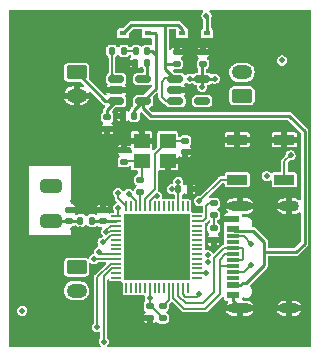
<source format=gbr>
%TF.GenerationSoftware,KiCad,Pcbnew,(6.0.4)*%
%TF.CreationDate,2023-01-28T19:19:13+00:00*%
%TF.ProjectId,PrettySmallRobot,50726574-7479-4536-9d61-6c6c526f626f,rev?*%
%TF.SameCoordinates,Original*%
%TF.FileFunction,Copper,L1,Top*%
%TF.FilePolarity,Positive*%
%FSLAX46Y46*%
G04 Gerber Fmt 4.6, Leading zero omitted, Abs format (unit mm)*
G04 Created by KiCad (PCBNEW (6.0.4)) date 2023-01-28 19:19:13*
%MOMM*%
%LPD*%
G01*
G04 APERTURE LIST*
G04 Aperture macros list*
%AMRoundRect*
0 Rectangle with rounded corners*
0 $1 Rounding radius*
0 $2 $3 $4 $5 $6 $7 $8 $9 X,Y pos of 4 corners*
0 Add a 4 corners polygon primitive as box body*
4,1,4,$2,$3,$4,$5,$6,$7,$8,$9,$2,$3,0*
0 Add four circle primitives for the rounded corners*
1,1,$1+$1,$2,$3*
1,1,$1+$1,$4,$5*
1,1,$1+$1,$6,$7*
1,1,$1+$1,$8,$9*
0 Add four rect primitives between the rounded corners*
20,1,$1+$1,$2,$3,$4,$5,0*
20,1,$1+$1,$4,$5,$6,$7,0*
20,1,$1+$1,$6,$7,$8,$9,0*
20,1,$1+$1,$8,$9,$2,$3,0*%
G04 Aperture macros list end*
%TA.AperFunction,SMDPad,CuDef*%
%ADD10R,1.140000X0.600000*%
%TD*%
%TA.AperFunction,SMDPad,CuDef*%
%ADD11R,1.140000X0.300000*%
%TD*%
%TA.AperFunction,ComponentPad*%
%ADD12O,2.000000X0.900000*%
%TD*%
%TA.AperFunction,ComponentPad*%
%ADD13O,1.700000X0.900000*%
%TD*%
%TA.AperFunction,SMDPad,CuDef*%
%ADD14R,0.600000X0.450000*%
%TD*%
%TA.AperFunction,SMDPad,CuDef*%
%ADD15R,1.700000X0.900000*%
%TD*%
%TA.AperFunction,SMDPad,CuDef*%
%ADD16RoundRect,0.150000X-0.512500X-0.150000X0.512500X-0.150000X0.512500X0.150000X-0.512500X0.150000X0*%
%TD*%
%TA.AperFunction,SMDPad,CuDef*%
%ADD17RoundRect,0.250000X0.650000X-0.325000X0.650000X0.325000X-0.650000X0.325000X-0.650000X-0.325000X0*%
%TD*%
%TA.AperFunction,SMDPad,CuDef*%
%ADD18RoundRect,0.135000X-0.185000X0.135000X-0.185000X-0.135000X0.185000X-0.135000X0.185000X0.135000X0*%
%TD*%
%TA.AperFunction,SMDPad,CuDef*%
%ADD19RoundRect,0.050000X-0.387500X-0.050000X0.387500X-0.050000X0.387500X0.050000X-0.387500X0.050000X0*%
%TD*%
%TA.AperFunction,SMDPad,CuDef*%
%ADD20RoundRect,0.050000X-0.050000X-0.387500X0.050000X-0.387500X0.050000X0.387500X-0.050000X0.387500X0*%
%TD*%
%TA.AperFunction,SMDPad,CuDef*%
%ADD21R,5.600000X5.600000*%
%TD*%
%TA.AperFunction,SMDPad,CuDef*%
%ADD22RoundRect,0.140000X0.170000X-0.140000X0.170000X0.140000X-0.170000X0.140000X-0.170000X-0.140000X0*%
%TD*%
%TA.AperFunction,ComponentPad*%
%ADD23RoundRect,0.250000X-0.625000X0.350000X-0.625000X-0.350000X0.625000X-0.350000X0.625000X0.350000X0*%
%TD*%
%TA.AperFunction,ComponentPad*%
%ADD24O,1.750000X1.200000*%
%TD*%
%TA.AperFunction,SMDPad,CuDef*%
%ADD25RoundRect,0.140000X-0.170000X0.140000X-0.170000X-0.140000X0.170000X-0.140000X0.170000X0.140000X0*%
%TD*%
%TA.AperFunction,SMDPad,CuDef*%
%ADD26RoundRect,0.147500X-0.147500X-0.172500X0.147500X-0.172500X0.147500X0.172500X-0.147500X0.172500X0*%
%TD*%
%TA.AperFunction,SMDPad,CuDef*%
%ADD27R,1.400000X1.200000*%
%TD*%
%TA.AperFunction,ComponentPad*%
%ADD28RoundRect,0.250000X0.625000X-0.350000X0.625000X0.350000X-0.625000X0.350000X-0.625000X-0.350000X0*%
%TD*%
%TA.AperFunction,SMDPad,CuDef*%
%ADD29RoundRect,0.147500X0.172500X-0.147500X0.172500X0.147500X-0.172500X0.147500X-0.172500X-0.147500X0*%
%TD*%
%TA.AperFunction,SMDPad,CuDef*%
%ADD30RoundRect,0.135000X0.185000X-0.135000X0.185000X0.135000X-0.185000X0.135000X-0.185000X-0.135000X0*%
%TD*%
%TA.AperFunction,SMDPad,CuDef*%
%ADD31RoundRect,0.140000X-0.140000X-0.170000X0.140000X-0.170000X0.140000X0.170000X-0.140000X0.170000X0*%
%TD*%
%TA.AperFunction,SMDPad,CuDef*%
%ADD32RoundRect,0.135000X-0.135000X-0.185000X0.135000X-0.185000X0.135000X0.185000X-0.135000X0.185000X0*%
%TD*%
%TA.AperFunction,SMDPad,CuDef*%
%ADD33RoundRect,0.135000X0.135000X0.185000X-0.135000X0.185000X-0.135000X-0.185000X0.135000X-0.185000X0*%
%TD*%
%TA.AperFunction,SMDPad,CuDef*%
%ADD34RoundRect,0.140000X0.140000X0.170000X-0.140000X0.170000X-0.140000X-0.170000X0.140000X-0.170000X0*%
%TD*%
%TA.AperFunction,ViaPad*%
%ADD35C,0.460000*%
%TD*%
%TA.AperFunction,Conductor*%
%ADD36C,0.150000*%
%TD*%
%TA.AperFunction,Conductor*%
%ADD37C,0.254000*%
%TD*%
%TA.AperFunction,Conductor*%
%ADD38C,0.293370*%
%TD*%
%TA.AperFunction,Conductor*%
%ADD39C,0.200000*%
%TD*%
%TA.AperFunction,Conductor*%
%ADD40C,0.175000*%
%TD*%
G04 APERTURE END LIST*
D10*
%TO.P,J1,A1_B12,GND*%
%TO.N,GND*%
X190250000Y-121852503D03*
%TO.P,J1,A4_B9,VBUS*%
%TO.N,/VBUS*%
X190250000Y-121052503D03*
D11*
%TO.P,J1,A5,CC1*%
%TO.N,Net-(J1-PadA5)*%
X190250000Y-119902503D03*
%TO.P,J1,A6,DP1*%
%TO.N,/D+*%
X190250000Y-118902503D03*
%TO.P,J1,A7,DN1*%
%TO.N,/D-*%
X190250000Y-118402503D03*
%TO.P,J1,A8,SBU1*%
%TO.N,unconnected-(J1-PadA8)*%
X190250000Y-117402503D03*
D10*
%TO.P,J1,B1_A12,GND*%
%TO.N,GND*%
X190250000Y-115452503D03*
%TO.P,J1,B4_A9,VBUS*%
%TO.N,/VBUS*%
X190250000Y-116252503D03*
D11*
%TO.P,J1,B5,CC2*%
%TO.N,Net-(J1-PadB5)*%
X190250000Y-116902503D03*
%TO.P,J1,B6,DP2*%
%TO.N,/D+*%
X190250000Y-117902503D03*
%TO.P,J1,B7,DN2*%
%TO.N,/D-*%
X190250000Y-119402503D03*
%TO.P,J1,B8,SBU2*%
%TO.N,unconnected-(J1-PadB8)*%
X190250000Y-120402503D03*
D12*
%TO.P,J1,S1,SHIELD*%
%TO.N,GND*%
X190830000Y-122977503D03*
%TO.P,J1,S2,SHIELD*%
X190830000Y-114327503D03*
D13*
%TO.P,J1,S3,SHIELD*%
X195000000Y-122977503D03*
%TO.P,J1,S4,SHIELD*%
X195000000Y-114327503D03*
%TD*%
D14*
%TO.P,D3,1,K*%
%TO.N,Net-(C22-Pad1)*%
X185950000Y-99700000D03*
%TO.P,D3,2,A*%
%TO.N,+BATT*%
X188050000Y-99700000D03*
%TD*%
D15*
%TO.P,RST1,2,2*%
%TO.N,/~{RESET}*%
X194600000Y-112100000D03*
%TO.P,RST1,1,1*%
%TO.N,GND*%
X194600000Y-108700000D03*
%TD*%
D16*
%TO.P,U6,1,VIN*%
%TO.N,Net-(C22-Pad1)*%
X185362500Y-103550000D03*
%TO.P,U6,2,GND*%
%TO.N,GND*%
X185362500Y-104500000D03*
%TO.P,U6,3,EN*%
%TO.N,Net-(C22-Pad1)*%
X185362500Y-105450000D03*
%TO.P,U6,4,NC*%
%TO.N,unconnected-(U6-Pad4)*%
X187637500Y-105450000D03*
%TO.P,U6,5,VOUT*%
%TO.N,+3V3*%
X187637500Y-103550000D03*
%TD*%
D17*
%TO.P,AE1,1,A*%
%TO.N,Net-(AE1-Pad1)*%
X174800000Y-115600000D03*
%TO.P,AE1,2*%
%TO.N,N/C*%
X174800000Y-112650000D03*
%TD*%
D18*
%TO.P,R7,1*%
%TO.N,Net-(R7-Pad1)*%
X184300000Y-122790000D03*
%TO.P,R7,2*%
%TO.N,+3V3*%
X184300000Y-123810000D03*
%TD*%
D19*
%TO.P,U4,1,VDDA*%
%TO.N,/VDDA*%
X180362500Y-115200000D03*
%TO.P,U4,2,LNA_IN/RF*%
%TO.N,Net-(C17-Pad1)*%
X180362500Y-115600000D03*
%TO.P,U4,3,VDD3P3*%
%TO.N,/VDD3P3*%
X180362500Y-116000000D03*
%TO.P,U4,4,VDD3P3*%
X180362500Y-116400000D03*
%TO.P,U4,5,GPIO0/BOOT*%
%TO.N,/BOOT*%
X180362500Y-116800000D03*
%TO.P,U4,6,GPIO1/ADC1_CH0*%
%TO.N,unconnected-(U4-Pad6)*%
X180362500Y-117200000D03*
%TO.P,U4,7,GPIO2/ADC1_CH1*%
%TO.N,unconnected-(U4-Pad7)*%
X180362500Y-117600000D03*
%TO.P,U4,8,GPIO3/ADC1_CH2*%
%TO.N,unconnected-(U4-Pad8)*%
X180362500Y-118000000D03*
%TO.P,U4,9,GPIO4/ADC1_CH3*%
%TO.N,/MOTORA_IN1*%
X180362500Y-118400000D03*
%TO.P,U4,10,GPIO5/ADC1_CH4*%
%TO.N,/MOTORA_IN2*%
X180362500Y-118800000D03*
%TO.P,U4,11,GPIO6/ADC1_CH5*%
%TO.N,/MOTORB_IN1*%
X180362500Y-119200000D03*
%TO.P,U4,12,GPIO7/ADC1_CH6*%
%TO.N,/MOTORB_IN2*%
X180362500Y-119600000D03*
%TO.P,U4,13,GPIO8/ADC1_CH7*%
%TO.N,unconnected-(U4-Pad13)*%
X180362500Y-120000000D03*
%TO.P,U4,14,GPIO9/ADC1_CH8*%
%TO.N,unconnected-(U4-Pad14)*%
X180362500Y-120400000D03*
D20*
%TO.P,U4,15,GPIO10/ADC1_CH9*%
%TO.N,unconnected-(U4-Pad15)*%
X181200000Y-121237500D03*
%TO.P,U4,16,GPIO11/ADC2_CH0*%
%TO.N,unconnected-(U4-Pad16)*%
X181600000Y-121237500D03*
%TO.P,U4,17,GPIO12/ADC2_CH1*%
%TO.N,unconnected-(U4-Pad17)*%
X182000000Y-121237500D03*
%TO.P,U4,18,GPIO13/ADC2_CH2*%
%TO.N,unconnected-(U4-Pad18)*%
X182400000Y-121237500D03*
%TO.P,U4,19,GPIO14/ADC2_CH3*%
%TO.N,unconnected-(U4-Pad19)*%
X182800000Y-121237500D03*
%TO.P,U4,20,VDD3P3_RTC*%
%TO.N,+3V3*%
X183200000Y-121237500D03*
%TO.P,U4,21,GPIO15/ADC2_CH4/XTAL_32K_P*%
%TO.N,unconnected-(U4-Pad21)*%
X183600000Y-121237500D03*
%TO.P,U4,22,GPIO16/ADC2_CH5/XTAL_32K_N*%
%TO.N,unconnected-(U4-Pad22)*%
X184000000Y-121237500D03*
%TO.P,U4,23,GPIO17/ADC2_CH6/DAC_1*%
%TO.N,unconnected-(U4-Pad23)*%
X184400000Y-121237500D03*
%TO.P,U4,24,GPIO18/ADC2_CH7/DAC_2*%
%TO.N,Net-(R7-Pad1)*%
X184800000Y-121237500D03*
%TO.P,U4,25,GPIO19/ADC2_CH8/USB_D-*%
%TO.N,/D-*%
X185200000Y-121237500D03*
%TO.P,U4,26,GPIO20/ADC2_CH9/USB_D+*%
%TO.N,/D+*%
X185600000Y-121237500D03*
%TO.P,U4,27,VDD3P3_RTC_IO*%
%TO.N,+3V3*%
X186000000Y-121237500D03*
%TO.P,U4,28,GPIO21*%
%TO.N,unconnected-(U4-Pad28)*%
X186400000Y-121237500D03*
D19*
%TO.P,U4,29,SPI_CS1/GPIO26*%
%TO.N,unconnected-(U4-Pad29)*%
X187237500Y-120400000D03*
%TO.P,U4,30,VDD_SPI*%
%TO.N,/VDD_SPI*%
X187237500Y-120000000D03*
%TO.P,U4,31,SPIHD/GPIO27*%
%TO.N,unconnected-(U4-Pad31)*%
X187237500Y-119600000D03*
%TO.P,U4,32,SPIWP/GPIO28*%
%TO.N,unconnected-(U4-Pad32)*%
X187237500Y-119200000D03*
%TO.P,U4,33,SPICS0/GPIO29*%
%TO.N,unconnected-(U4-Pad33)*%
X187237500Y-118800000D03*
%TO.P,U4,34,SPICLK/GPIO30*%
%TO.N,unconnected-(U4-Pad34)*%
X187237500Y-118400000D03*
%TO.P,U4,35,SPIQ/GPIO31*%
%TO.N,unconnected-(U4-Pad35)*%
X187237500Y-118000000D03*
%TO.P,U4,36,SPID/GPIO32*%
%TO.N,unconnected-(U4-Pad36)*%
X187237500Y-117600000D03*
%TO.P,U4,37,GPIO33*%
%TO.N,unconnected-(U4-Pad37)*%
X187237500Y-117200000D03*
%TO.P,U4,38,GPIO34*%
%TO.N,unconnected-(U4-Pad38)*%
X187237500Y-116800000D03*
%TO.P,U4,39,GPIO35*%
%TO.N,unconnected-(U4-Pad39)*%
X187237500Y-116400000D03*
%TO.P,U4,40,GPIO36*%
%TO.N,unconnected-(U4-Pad40)*%
X187237500Y-116000000D03*
%TO.P,U4,41,GPIO37*%
%TO.N,Net-(R10-Pad2)*%
X187237500Y-115600000D03*
%TO.P,U4,42,GPIO38*%
%TO.N,unconnected-(U4-Pad42)*%
X187237500Y-115200000D03*
D20*
%TO.P,U4,43,MTCK/JTAG/GPIO39*%
%TO.N,unconnected-(U4-Pad43)*%
X186400000Y-114362500D03*
%TO.P,U4,44,MTDO/JTAG/GPIO40*%
%TO.N,unconnected-(U4-Pad44)*%
X186000000Y-114362500D03*
%TO.P,U4,45,VDD3P3_CPU*%
%TO.N,+3V3*%
X185600000Y-114362500D03*
%TO.P,U4,46,MTDI/JTAG/GPIO41*%
%TO.N,unconnected-(U4-Pad46)*%
X185200000Y-114362500D03*
%TO.P,U4,47,MTMS/JTAG/GPIO42*%
%TO.N,unconnected-(U4-Pad47)*%
X184800000Y-114362500D03*
%TO.P,U4,48,U0TXD/GPIO43*%
%TO.N,unconnected-(U4-Pad48)*%
X184400000Y-114362500D03*
%TO.P,U4,49,U0RXD/GPIO44*%
%TO.N,unconnected-(U4-Pad49)*%
X184000000Y-114362500D03*
%TO.P,U4,50,GPIO45*%
%TO.N,unconnected-(U4-Pad50)*%
X183600000Y-114362500D03*
%TO.P,U4,51,VDDA*%
%TO.N,/VDDA*%
X183200000Y-114362500D03*
%TO.P,U4,52,XTAL_N*%
%TO.N,Net-(C14-Pad2)*%
X182800000Y-114362500D03*
%TO.P,U4,53,XTAL_P*%
%TO.N,Net-(R3-Pad2)*%
X182400000Y-114362500D03*
%TO.P,U4,54,VDDA*%
%TO.N,/VDDA*%
X182000000Y-114362500D03*
%TO.P,U4,55,GPIO46*%
%TO.N,unconnected-(U4-Pad55)*%
X181600000Y-114362500D03*
%TO.P,U4,56,CHIP_PU/RESET*%
%TO.N,/~{RESET}*%
X181200000Y-114362500D03*
D21*
%TO.P,U4,57,GND*%
%TO.N,GND*%
X183800000Y-117800000D03*
%TD*%
D22*
%TO.P,C17,1*%
%TO.N,Net-(C17-Pad1)*%
X179200000Y-115600000D03*
%TO.P,C17,2*%
%TO.N,GND*%
X179200000Y-114640000D03*
%TD*%
D23*
%TO.P,J9,1,Pin_1*%
%TO.N,/MOTORA_OUT1*%
X177000000Y-119500000D03*
D24*
%TO.P,J9,2,Pin_2*%
%TO.N,/MOTORA_OUT2*%
X177000000Y-121500000D03*
%TD*%
D25*
%TO.P,C9,1*%
%TO.N,+3V3*%
X183200000Y-122820000D03*
%TO.P,C9,2*%
%TO.N,GND*%
X183200000Y-123780000D03*
%TD*%
D26*
%TO.P,L2,1,1*%
%TO.N,Net-(AE1-Pad1)*%
X177330000Y-115550000D03*
%TO.P,L2,2,2*%
%TO.N,Net-(C17-Pad1)*%
X178300000Y-115550000D03*
%TD*%
D22*
%TO.P,C13,1*%
%TO.N,Net-(AE1-Pad1)*%
X176400000Y-115600000D03*
%TO.P,C13,2*%
%TO.N,GND*%
X176400000Y-114640000D03*
%TD*%
D15*
%TO.P,BOOT1,1,1*%
%TO.N,/BOOT*%
X190600000Y-112100000D03*
%TO.P,BOOT1,2,2*%
%TO.N,GND*%
X190600000Y-108700000D03*
%TD*%
D22*
%TO.P,C15,1*%
%TO.N,Net-(C15-Pad1)*%
X181000000Y-110560000D03*
%TO.P,C15,2*%
%TO.N,GND*%
X181000000Y-109600000D03*
%TD*%
D27*
%TO.P,Y1,1,1*%
%TO.N,Net-(C15-Pad1)*%
X182500000Y-110500000D03*
%TO.P,Y1,2,2*%
%TO.N,GND*%
X184700000Y-110500000D03*
%TO.P,Y1,3,3*%
%TO.N,Net-(C14-Pad2)*%
X184700000Y-108800000D03*
%TO.P,Y1,4,4*%
%TO.N,GND*%
X182500000Y-108800000D03*
%TD*%
D22*
%TO.P,C14,1*%
%TO.N,GND*%
X186200000Y-109760000D03*
%TO.P,C14,2*%
%TO.N,Net-(C14-Pad2)*%
X186200000Y-108800000D03*
%TD*%
D26*
%TO.P,D1,1,K*%
%TO.N,Net-(D1-Pad1)*%
X182005000Y-101200000D03*
%TO.P,D1,2,A*%
%TO.N,/VBUS*%
X182975000Y-101200000D03*
%TD*%
D23*
%TO.P,J10,1,Pin_1*%
%TO.N,+BATT*%
X177000000Y-103000000D03*
D24*
%TO.P,J10,2,Pin_2*%
%TO.N,GND*%
X177000000Y-105000000D03*
%TD*%
D28*
%TO.P,J8,1,Pin_1*%
%TO.N,/MOTORB_OUT1*%
X191000000Y-105000000D03*
D24*
%TO.P,J8,2,Pin_2*%
%TO.N,/MOTORB_OUT2*%
X191000000Y-103000000D03*
%TD*%
D18*
%TO.P,R3,1*%
%TO.N,Net-(C15-Pad1)*%
X182400000Y-112090000D03*
%TO.P,R3,2*%
%TO.N,Net-(R3-Pad2)*%
X182400000Y-113110000D03*
%TD*%
D29*
%TO.P,D4,1,K*%
%TO.N,GND*%
X188600000Y-117185000D03*
%TO.P,D4,2,A*%
%TO.N,Net-(D4-Pad2)*%
X188600000Y-116215000D03*
%TD*%
D30*
%TO.P,R10,1*%
%TO.N,Net-(D4-Pad2)*%
X188600000Y-115110000D03*
%TO.P,R10,2*%
%TO.N,Net-(R10-Pad2)*%
X188600000Y-114090000D03*
%TD*%
D22*
%TO.P,C22,1*%
%TO.N,Net-(C22-Pad1)*%
X185500000Y-102280000D03*
%TO.P,C22,2*%
%TO.N,GND*%
X185500000Y-101320000D03*
%TD*%
%TO.P,C23,1*%
%TO.N,+3V3*%
X187700000Y-102280000D03*
%TO.P,C23,2*%
%TO.N,GND*%
X187700000Y-101320000D03*
%TD*%
D25*
%TO.P,C21,1*%
%TO.N,+BATT*%
X179600000Y-106820000D03*
%TO.P,C21,2*%
%TO.N,GND*%
X179600000Y-107780000D03*
%TD*%
D31*
%TO.P,C8,1*%
%TO.N,+3V3*%
X185620000Y-112900000D03*
%TO.P,C8,2*%
%TO.N,GND*%
X186580000Y-112900000D03*
%TD*%
D16*
%TO.P,U3,1,STAT*%
%TO.N,Net-(R5-Pad2)*%
X180362500Y-103550000D03*
%TO.P,U3,2,VSS*%
%TO.N,GND*%
X180362500Y-104500000D03*
%TO.P,U3,3,VBAT*%
%TO.N,+BATT*%
X180362500Y-105450000D03*
%TO.P,U3,4,VDD*%
%TO.N,/VBUS*%
X182637500Y-105450000D03*
%TO.P,U3,5,PROG*%
%TO.N,Net-(R6-Pad2)*%
X182637500Y-103550000D03*
%TD*%
D14*
%TO.P,D2,1,K*%
%TO.N,Net-(C22-Pad1)*%
X180950000Y-99700000D03*
%TO.P,D2,2,A*%
%TO.N,/VBUS*%
X183050000Y-99700000D03*
%TD*%
D32*
%TO.P,R6,1*%
%TO.N,GND*%
X181980000Y-102200000D03*
%TO.P,R6,2*%
%TO.N,Net-(R6-Pad2)*%
X183000000Y-102200000D03*
%TD*%
D33*
%TO.P,R5,1*%
%TO.N,Net-(D1-Pad1)*%
X181000000Y-101200000D03*
%TO.P,R5,2*%
%TO.N,Net-(R5-Pad2)*%
X179980000Y-101200000D03*
%TD*%
D34*
%TO.P,C12,1*%
%TO.N,/VBUS*%
X181880000Y-106700000D03*
%TO.P,C12,2*%
%TO.N,GND*%
X180920000Y-106700000D03*
%TD*%
D35*
%TO.N,GND*%
X192400000Y-103300000D03*
X192700000Y-103900000D03*
%TO.N,/VDDA*%
X181400000Y-113300000D03*
%TO.N,+3V3*%
X172400000Y-123200000D03*
%TO.N,/MOTORA_IN2*%
X178500000Y-118800000D03*
%TO.N,/MOTORA_IN1*%
X178900000Y-118200000D03*
%TO.N,GND*%
X181700000Y-118700000D03*
X184700000Y-115300000D03*
X186300000Y-116100000D03*
X181700000Y-119700000D03*
%TO.N,+3V3*%
X187400000Y-121800000D03*
%TO.N,/VDDA*%
X183800000Y-113500000D03*
%TO.N,+3V3*%
X188100000Y-118500000D03*
X188100000Y-119100000D03*
%TO.N,Net-(J1-PadA5)*%
X191800000Y-119300000D03*
%TO.N,Net-(J1-PadB5)*%
X191800000Y-117500000D03*
%TO.N,+3V3*%
X183200000Y-122100000D03*
X185600000Y-112300000D03*
X185100000Y-112900000D03*
%TO.N,/BOOT*%
X179200000Y-117400000D03*
X187400000Y-113900000D03*
%TO.N,/~{RESET}*%
X180500000Y-113200000D03*
X195116733Y-110029643D03*
%TO.N,+3V3*%
X193100000Y-111800000D03*
%TO.N,/MOTORB_IN1*%
X178725265Y-124590366D03*
%TO.N,/MOTORB_IN2*%
X179300000Y-125800000D03*
%TO.N,+3V3*%
X194400000Y-102000000D03*
X186584294Y-103549480D03*
X187633289Y-104232317D03*
X188700000Y-103544532D03*
%TO.N,+BATT*%
X188000000Y-98200000D03*
%TO.N,GND*%
X184300000Y-112800000D03*
X184500000Y-112300000D03*
X185100000Y-111900000D03*
X185900000Y-111600000D03*
X186600000Y-111000000D03*
X187200000Y-110400000D03*
X187200000Y-109600000D03*
X187100000Y-108800000D03*
X186800000Y-108000000D03*
X185800000Y-107600000D03*
X184700000Y-107400000D03*
X183700000Y-107400000D03*
X182800000Y-107400000D03*
X182000000Y-107600000D03*
X181100000Y-107900000D03*
X180400000Y-108500000D03*
X180000000Y-109300000D03*
X180000000Y-110300000D03*
X180300000Y-111300000D03*
X181200000Y-111300000D03*
X181500000Y-111900000D03*
X181500000Y-112600000D03*
X178700000Y-116300000D03*
X178000000Y-116300000D03*
X177300000Y-116300000D03*
X176700000Y-116300000D03*
X178500000Y-114100000D03*
X178000000Y-114600000D03*
X177400000Y-114600000D03*
X177200000Y-114100000D03*
X176700000Y-113900000D03*
X179200000Y-113800000D03*
%TO.N,/VDD_SPI*%
X188000000Y-120000000D03*
%TO.N,/VDDA*%
X180500000Y-114500000D03*
%TO.N,/VDD3P3*%
X179500000Y-116500000D03*
%TD*%
D36*
%TO.N,/BOOT*%
X179900000Y-116800000D02*
X180362500Y-116800000D01*
X179300000Y-117400000D02*
X179900000Y-116800000D01*
X179200000Y-117400000D02*
X179300000Y-117400000D01*
%TO.N,/VDDA*%
X181400000Y-113300000D02*
X182000000Y-113900000D01*
X182000000Y-113900000D02*
X182000000Y-114362500D01*
D37*
%TO.N,GND*%
X190250000Y-122397503D02*
X190830000Y-122977503D01*
X190250000Y-121852503D02*
X190250000Y-122397503D01*
D36*
%TO.N,/MOTORA_IN2*%
X178500000Y-118800000D02*
X180362500Y-118800000D01*
%TO.N,/MOTORA_IN1*%
X179100000Y-118400000D02*
X180362500Y-118400000D01*
X178900000Y-118200000D02*
X179100000Y-118400000D01*
%TO.N,+3V3*%
X187400000Y-121800000D02*
X187200000Y-122000000D01*
X186200000Y-122000000D02*
X186000000Y-121800000D01*
X186000000Y-121800000D02*
X186000000Y-121237500D01*
X187200000Y-122000000D02*
X186200000Y-122000000D01*
%TO.N,/VDDA*%
X183600000Y-113500000D02*
X183200000Y-113900000D01*
X183800000Y-113500000D02*
X183600000Y-113500000D01*
%TO.N,Net-(J1-PadA5)*%
X191197497Y-119902503D02*
X191800000Y-119300000D01*
X190250000Y-119902503D02*
X191197497Y-119902503D01*
%TO.N,Net-(J1-PadB5)*%
X191202503Y-116902503D02*
X191800000Y-117500000D01*
X190250000Y-116902503D02*
X191202503Y-116902503D01*
%TO.N,Net-(C22-Pad1)*%
X184200000Y-103800000D02*
X184500000Y-103500000D01*
X184200000Y-105100000D02*
X184200000Y-103800000D01*
X184550000Y-105450000D02*
X184200000Y-105100000D01*
X185362500Y-105450000D02*
X184550000Y-105450000D01*
X184500000Y-103500000D02*
X185312500Y-103500000D01*
X185312500Y-103500000D02*
X185362500Y-103550000D01*
%TO.N,Net-(R7-Pad1)*%
X184800000Y-122290000D02*
X184800000Y-121237500D01*
X184300000Y-122790000D02*
X184800000Y-122290000D01*
%TO.N,+3V3*%
X183310000Y-122820000D02*
X184300000Y-123810000D01*
X183200000Y-122820000D02*
X183310000Y-122820000D01*
X183200000Y-122100000D02*
X183200000Y-121237500D01*
X183200000Y-122820000D02*
X183200000Y-122100000D01*
X185620000Y-112320000D02*
X185600000Y-112300000D01*
X185620000Y-112900000D02*
X185620000Y-112320000D01*
X185620000Y-112900000D02*
X185100000Y-112900000D01*
X185620000Y-114342500D02*
X185600000Y-114362500D01*
X185620000Y-112900000D02*
X185620000Y-114342500D01*
%TO.N,Net-(D4-Pad2)*%
X188600000Y-115110000D02*
X188600000Y-116215000D01*
%TO.N,Net-(R10-Pad2)*%
X188000000Y-114300000D02*
X188210000Y-114090000D01*
X188210000Y-114090000D02*
X188600000Y-114090000D01*
X188000000Y-115300000D02*
X188000000Y-114300000D01*
X187700000Y-115600000D02*
X188000000Y-115300000D01*
X187237500Y-115600000D02*
X187700000Y-115600000D01*
%TO.N,/BOOT*%
X189200000Y-112100000D02*
X187400000Y-113900000D01*
X190600000Y-112100000D02*
X189200000Y-112100000D01*
%TO.N,/~{RESET}*%
X180500000Y-113200000D02*
X180500000Y-113662500D01*
X180500000Y-113662500D02*
X181200000Y-114362500D01*
X195116733Y-110029643D02*
X194600000Y-110546376D01*
X194600000Y-110546376D02*
X194600000Y-112100000D01*
%TO.N,/MOTORB_IN1*%
X178725265Y-120374735D02*
X179900000Y-119200000D01*
X178725265Y-124590366D02*
X178725265Y-120374735D01*
%TO.N,/MOTORB_IN2*%
X179300000Y-120269298D02*
X179969298Y-119600000D01*
X179969298Y-119600000D02*
X180362500Y-119600000D01*
X179300000Y-125800000D02*
X179300000Y-120269298D01*
D37*
%TO.N,+3V3*%
X188694532Y-103550000D02*
X188700000Y-103544532D01*
X187637500Y-103550000D02*
X188694532Y-103550000D01*
X186584814Y-103550000D02*
X186584294Y-103549480D01*
X187637500Y-103550000D02*
X186584814Y-103550000D01*
X187637500Y-104228106D02*
X187633289Y-104232317D01*
X187637500Y-103550000D02*
X187637500Y-104228106D01*
X187637500Y-103550000D02*
X187637500Y-102342500D01*
X187637500Y-102342500D02*
X187700000Y-102280000D01*
%TO.N,Net-(C22-Pad1)*%
X185500000Y-102280000D02*
X184520000Y-102280000D01*
X184500000Y-102300000D02*
X184500000Y-102687500D01*
X184520000Y-102280000D02*
X184500000Y-102300000D01*
X184500000Y-99000000D02*
X184500000Y-102300000D01*
X184500000Y-102687500D02*
X185362500Y-103550000D01*
X184500000Y-99000000D02*
X185600000Y-99000000D01*
X181650000Y-99000000D02*
X184500000Y-99000000D01*
X185950000Y-99350000D02*
X185950000Y-99700000D01*
X185600000Y-99000000D02*
X185950000Y-99350000D01*
X180950000Y-99700000D02*
X181650000Y-99000000D01*
%TO.N,+BATT*%
X188050000Y-99700000D02*
X188050000Y-98250000D01*
X188050000Y-98250000D02*
X188000000Y-98200000D01*
%TO.N,/VBUS*%
X183700000Y-99800000D02*
X183600000Y-99700000D01*
X183700000Y-102100000D02*
X183700000Y-99800000D01*
X183700000Y-102100000D02*
X183700000Y-101500000D01*
X183600000Y-99700000D02*
X183050000Y-99700000D01*
X183700000Y-104387500D02*
X183700000Y-102100000D01*
X183400000Y-101200000D02*
X182975000Y-101200000D01*
X183700000Y-101500000D02*
X183400000Y-101200000D01*
X182637500Y-105450000D02*
X183700000Y-104387500D01*
D36*
%TO.N,Net-(D1-Pad1)*%
X181000000Y-101200000D02*
X182005000Y-101200000D01*
%TO.N,Net-(R5-Pad2)*%
X179980000Y-103167500D02*
X180362500Y-103550000D01*
X179980000Y-101200000D02*
X179980000Y-103167500D01*
D37*
%TO.N,/VBUS*%
X181880000Y-106700000D02*
X181880000Y-106207500D01*
X181880000Y-106207500D02*
X182637500Y-105450000D01*
%TO.N,Net-(R6-Pad2)*%
X183000000Y-103187500D02*
X182637500Y-103550000D01*
X183000000Y-102200000D02*
X183000000Y-103187500D01*
%TO.N,+BATT*%
X179600000Y-106212500D02*
X180362500Y-105450000D01*
X179600000Y-106820000D02*
X179600000Y-106212500D01*
%TO.N,/VBUS*%
X183300000Y-106700000D02*
X182637500Y-106037500D01*
X195000000Y-106700000D02*
X183300000Y-106700000D01*
X196300000Y-108000000D02*
X195000000Y-106700000D01*
X196300000Y-117500000D02*
X196300000Y-108000000D01*
X195600000Y-118200000D02*
X196300000Y-117500000D01*
X182637500Y-106037500D02*
X182637500Y-105450000D01*
X192900000Y-118200000D02*
X195600000Y-118200000D01*
X192900000Y-118200000D02*
X192900000Y-117400000D01*
X192900000Y-119300000D02*
X192900000Y-118200000D01*
X190436521Y-116439024D02*
X190250000Y-116252503D01*
X192900000Y-117400000D02*
X191939024Y-116439024D01*
X191334018Y-120865982D02*
X192900000Y-119300000D01*
X191039775Y-120865982D02*
X191334018Y-120865982D01*
X190905757Y-121000000D02*
X191039775Y-120865982D01*
X191939024Y-116439024D02*
X190436521Y-116439024D01*
X190302503Y-121000000D02*
X190905757Y-121000000D01*
X190250000Y-121052503D02*
X190302503Y-121000000D01*
%TO.N,+BATT*%
X179450000Y-105450000D02*
X180362500Y-105450000D01*
X177000000Y-103000000D02*
X179450000Y-105450000D01*
D36*
%TO.N,Net-(C15-Pad1)*%
X181060000Y-110500000D02*
X182500000Y-110500000D01*
X181000000Y-110560000D02*
X181060000Y-110500000D01*
%TO.N,Net-(C14-Pad2)*%
X186200000Y-108800000D02*
X184700000Y-108800000D01*
X182800000Y-113700000D02*
X182800000Y-114362500D01*
X183600000Y-112900000D02*
X182800000Y-113700000D01*
X183600000Y-109900000D02*
X183600000Y-112900000D01*
X184700000Y-108800000D02*
X183600000Y-109900000D01*
%TO.N,Net-(C15-Pad1)*%
X182500000Y-111990000D02*
X182500000Y-110500000D01*
X182400000Y-112090000D02*
X182500000Y-111990000D01*
%TO.N,Net-(R3-Pad2)*%
X182400000Y-114362500D02*
X182400000Y-113110000D01*
D38*
%TO.N,Net-(AE1-Pad1)*%
X176400000Y-115600000D02*
X174800000Y-115600000D01*
X177330000Y-115550000D02*
X176450000Y-115550000D01*
X176450000Y-115550000D02*
X176400000Y-115600000D01*
%TO.N,Net-(C17-Pad1)*%
X178350000Y-115600000D02*
X178300000Y-115550000D01*
X179200000Y-115600000D02*
X178350000Y-115600000D01*
X180362500Y-115600000D02*
X179200000Y-115600000D01*
D39*
%TO.N,/D-*%
X190250000Y-119402503D02*
X189147497Y-119402503D01*
X189147497Y-119402503D02*
X189125000Y-119425000D01*
X189125000Y-119425000D02*
X189125000Y-118854481D01*
X189125000Y-121793200D02*
X189125000Y-119425000D01*
X187893200Y-123025000D02*
X189125000Y-121793200D01*
X189576978Y-118402503D02*
X190250000Y-118402503D01*
X186106800Y-123025000D02*
X187893200Y-123025000D01*
X185174999Y-122093199D02*
X186106800Y-123025000D01*
X185174999Y-121262501D02*
X185174999Y-122093199D01*
X189125000Y-118854481D02*
X189576978Y-118402503D01*
X185200000Y-121237500D02*
X185174999Y-121262501D01*
%TO.N,/D+*%
X189480000Y-117902503D02*
X190250000Y-117902503D01*
X186293200Y-122575000D02*
X187706800Y-122575000D01*
X188675000Y-121606800D02*
X188675000Y-118707503D01*
X185625001Y-121906801D02*
X186293200Y-122575000D01*
X188675000Y-118707503D02*
X189480000Y-117902503D01*
X185600000Y-121237500D02*
X185625001Y-121262501D01*
X187706800Y-122575000D02*
X188675000Y-121606800D01*
X185625001Y-121262501D02*
X185625001Y-121906801D01*
D40*
X191100000Y-118000000D02*
X191100000Y-118800000D01*
X191002503Y-117902503D02*
X191100000Y-118000000D01*
X190250000Y-117902503D02*
X191002503Y-117902503D01*
X191100000Y-118800000D02*
X190997497Y-118902503D01*
X190997497Y-118902503D02*
X190250000Y-118902503D01*
%TO.N,/VDD_SPI*%
X188000000Y-120000000D02*
X187237500Y-120000000D01*
%TO.N,/VDDA*%
X180500000Y-115062500D02*
X180362500Y-115200000D01*
X180500000Y-114500000D02*
X180500000Y-115062500D01*
%TO.N,/VDD3P3*%
X179749296Y-116500000D02*
X179849296Y-116400000D01*
X179849296Y-116400000D02*
X180362500Y-116400000D01*
X179500000Y-116500000D02*
X179749296Y-116500000D01*
X179879838Y-116000000D02*
X180362500Y-116000000D01*
X179500000Y-116379838D02*
X179879838Y-116000000D01*
X179500000Y-116500000D02*
X179500000Y-116379838D01*
%TD*%
%TA.AperFunction,Conductor*%
%TO.N,GND*%
G36*
X187706511Y-97719407D02*
G01*
X187742475Y-97768907D01*
X187742475Y-97830093D01*
X187717144Y-97867929D01*
X187718115Y-97868786D01*
X187636485Y-97961215D01*
X187584077Y-98072840D01*
X187565105Y-98194686D01*
X187566020Y-98201683D01*
X187566020Y-98201684D01*
X187567683Y-98214397D01*
X187581095Y-98316960D01*
X187630759Y-98429832D01*
X187635296Y-98435230D01*
X187635297Y-98435231D01*
X187699283Y-98511351D01*
X187722253Y-98568061D01*
X187722500Y-98575053D01*
X187722500Y-99201029D01*
X187703593Y-99259220D01*
X187670970Y-99284938D01*
X187671769Y-99286133D01*
X187605448Y-99330448D01*
X187561133Y-99396769D01*
X187549500Y-99455252D01*
X187549500Y-99944748D01*
X187561133Y-100003231D01*
X187605448Y-100069552D01*
X187671769Y-100113867D01*
X187681332Y-100115769D01*
X187681334Y-100115770D01*
X187704005Y-100120279D01*
X187730252Y-100125500D01*
X188369748Y-100125500D01*
X188395995Y-100120279D01*
X188418666Y-100115770D01*
X188418668Y-100115769D01*
X188428231Y-100113867D01*
X188494552Y-100069552D01*
X188538867Y-100003231D01*
X188550500Y-99944748D01*
X188550500Y-99455252D01*
X188538867Y-99396769D01*
X188494552Y-99330448D01*
X188428231Y-99286133D01*
X188429298Y-99284537D01*
X188392088Y-99252755D01*
X188377500Y-99201029D01*
X188377500Y-98430985D01*
X188387406Y-98387820D01*
X188411263Y-98338578D01*
X188414338Y-98332232D01*
X188434797Y-98210626D01*
X188434927Y-98200000D01*
X188417445Y-98077930D01*
X188366405Y-97965674D01*
X188285910Y-97872255D01*
X188285078Y-97871716D01*
X188255086Y-97821602D01*
X188260524Y-97760659D01*
X188300746Y-97714552D01*
X188351587Y-97700500D01*
X196750500Y-97700500D01*
X196808691Y-97719407D01*
X196844655Y-97768907D01*
X196849500Y-97799500D01*
X196849500Y-126200500D01*
X196830593Y-126258691D01*
X196781093Y-126294655D01*
X196750500Y-126299500D01*
X179651730Y-126299500D01*
X179593539Y-126280593D01*
X179557575Y-126231093D01*
X179557575Y-126169907D01*
X179578332Y-126134064D01*
X179655836Y-126048439D01*
X179660571Y-126043208D01*
X179714338Y-125932232D01*
X179734797Y-125810626D01*
X179734927Y-125800000D01*
X179717445Y-125677930D01*
X179666405Y-125565674D01*
X179599501Y-125488028D01*
X179575840Y-125431603D01*
X179575500Y-125423405D01*
X179575500Y-124044390D01*
X182712856Y-124044390D01*
X182743531Y-124110174D01*
X182753315Y-124124147D01*
X182825853Y-124196685D01*
X182839826Y-124206469D01*
X182933776Y-124250278D01*
X182936388Y-124251040D01*
X182943569Y-124249708D01*
X182944805Y-124248406D01*
X182946000Y-124243126D01*
X182946000Y-124049680D01*
X182941878Y-124036995D01*
X182937757Y-124034000D01*
X182723691Y-124034000D01*
X182712856Y-124037521D01*
X182712856Y-124044390D01*
X179575500Y-124044390D01*
X179575500Y-120629354D01*
X179594407Y-120571163D01*
X179643907Y-120535199D01*
X179705093Y-120535199D01*
X179756816Y-120574353D01*
X179794399Y-120630601D01*
X179877260Y-120685966D01*
X179950326Y-120700500D01*
X180773799Y-120700500D01*
X180831990Y-120719407D01*
X180843803Y-120729496D01*
X180870504Y-120756197D01*
X180898281Y-120810714D01*
X180899500Y-120826201D01*
X180899500Y-121649674D01*
X180914034Y-121722740D01*
X180969399Y-121805601D01*
X181052260Y-121860966D01*
X181125326Y-121875500D01*
X181274674Y-121875500D01*
X181347740Y-121860966D01*
X181355848Y-121855548D01*
X181362114Y-121852953D01*
X181423110Y-121848152D01*
X181437886Y-121852953D01*
X181444152Y-121855548D01*
X181452260Y-121860966D01*
X181525326Y-121875500D01*
X181674674Y-121875500D01*
X181747740Y-121860966D01*
X181755848Y-121855548D01*
X181762114Y-121852953D01*
X181823110Y-121848152D01*
X181837886Y-121852953D01*
X181844152Y-121855548D01*
X181852260Y-121860966D01*
X181925326Y-121875500D01*
X182074674Y-121875500D01*
X182147740Y-121860966D01*
X182155848Y-121855548D01*
X182162114Y-121852953D01*
X182223110Y-121848152D01*
X182237886Y-121852953D01*
X182244152Y-121855548D01*
X182252260Y-121860966D01*
X182325326Y-121875500D01*
X182474674Y-121875500D01*
X182547740Y-121860966D01*
X182555848Y-121855548D01*
X182562114Y-121852953D01*
X182623110Y-121848152D01*
X182637886Y-121852953D01*
X182644152Y-121855548D01*
X182652260Y-121860966D01*
X182703900Y-121871238D01*
X182757284Y-121901135D01*
X182782900Y-121956700D01*
X182782407Y-121983565D01*
X182765105Y-122094686D01*
X182766020Y-122101683D01*
X182766020Y-122101684D01*
X182778767Y-122199156D01*
X182781095Y-122216960D01*
X182811273Y-122285546D01*
X182824222Y-122314975D01*
X182830352Y-122375852D01*
X182803610Y-122424850D01*
X182746776Y-122481684D01*
X182743116Y-122489532D01*
X182743115Y-122489534D01*
X182712298Y-122555621D01*
X182696028Y-122590513D01*
X182689500Y-122640099D01*
X182689501Y-122999900D01*
X182696028Y-123049487D01*
X182746776Y-123158316D01*
X182818810Y-123230350D01*
X182846587Y-123284867D01*
X182837016Y-123345299D01*
X182818810Y-123370358D01*
X182753315Y-123435853D01*
X182743531Y-123449826D01*
X182714638Y-123511788D01*
X182713250Y-123523096D01*
X182719477Y-123526000D01*
X183355000Y-123526000D01*
X183413191Y-123544907D01*
X183449155Y-123594407D01*
X183454000Y-123625000D01*
X183454000Y-124238506D01*
X183458122Y-124251191D01*
X183459545Y-124252225D01*
X183466224Y-124250278D01*
X183560174Y-124206469D01*
X183574147Y-124196685D01*
X183646683Y-124124149D01*
X183657378Y-124108874D01*
X183706242Y-124072051D01*
X183767418Y-124070981D01*
X183817539Y-124106074D01*
X183828197Y-124123810D01*
X183835935Y-124140404D01*
X183919596Y-124224065D01*
X183927444Y-124227725D01*
X183927446Y-124227726D01*
X184002279Y-124262621D01*
X184026827Y-124274068D01*
X184075684Y-124280500D01*
X184524316Y-124280500D01*
X184573173Y-124274068D01*
X184597721Y-124262621D01*
X184672554Y-124227726D01*
X184672556Y-124227725D01*
X184680404Y-124224065D01*
X184764065Y-124140404D01*
X184780074Y-124106074D01*
X184810865Y-124040042D01*
X184810865Y-124040041D01*
X184814068Y-124033173D01*
X184820500Y-123984316D01*
X184820500Y-123635684D01*
X184815205Y-123595467D01*
X184815057Y-123594339D01*
X184814068Y-123586827D01*
X184791451Y-123538325D01*
X184767726Y-123487446D01*
X184767725Y-123487444D01*
X184764065Y-123479596D01*
X184680404Y-123395935D01*
X184667081Y-123389723D01*
X184622336Y-123347995D01*
X184610662Y-123287933D01*
X184636521Y-123232481D01*
X184667080Y-123210278D01*
X184680404Y-123204065D01*
X184764065Y-123120404D01*
X184780615Y-123084914D01*
X184810865Y-123020042D01*
X184810865Y-123020041D01*
X184814068Y-123013173D01*
X184820500Y-122964316D01*
X184820500Y-122700124D01*
X184839407Y-122641933D01*
X184849496Y-122630120D01*
X184968731Y-122510885D01*
X184983733Y-122498574D01*
X184990514Y-122494043D01*
X184998624Y-122488624D01*
X185002377Y-122483008D01*
X185055206Y-122456091D01*
X185115638Y-122465662D01*
X185140697Y-122483868D01*
X185856480Y-123199651D01*
X185859180Y-123202780D01*
X185861375Y-123207269D01*
X185868078Y-123213487D01*
X185897622Y-123240893D01*
X185900298Y-123243469D01*
X185914077Y-123257248D01*
X185917787Y-123259793D01*
X185921700Y-123263229D01*
X185934405Y-123275014D01*
X185943446Y-123283401D01*
X185951932Y-123286787D01*
X185951934Y-123286788D01*
X185954137Y-123287667D01*
X185973448Y-123297978D01*
X185975407Y-123299322D01*
X185975410Y-123299323D01*
X185982946Y-123304493D01*
X185991838Y-123306603D01*
X185991840Y-123306604D01*
X186008866Y-123310644D01*
X186022685Y-123315014D01*
X186047422Y-123324883D01*
X186053715Y-123325500D01*
X186059885Y-123325500D01*
X186082741Y-123328175D01*
X186091866Y-123330340D01*
X186120788Y-123326404D01*
X186134137Y-123325500D01*
X187839692Y-123325500D01*
X187843817Y-123325803D01*
X187848542Y-123327425D01*
X187897961Y-123325570D01*
X187901674Y-123325500D01*
X187921148Y-123325500D01*
X187925578Y-123324675D01*
X187930771Y-123324339D01*
X187946802Y-123323737D01*
X187951275Y-123323569D01*
X187960408Y-123323226D01*
X187968802Y-123319620D01*
X187968805Y-123319619D01*
X187970983Y-123318683D01*
X187991934Y-123312317D01*
X188003253Y-123310209D01*
X188025929Y-123296232D01*
X188038796Y-123289548D01*
X188056842Y-123281795D01*
X188056843Y-123281794D01*
X188063263Y-123279036D01*
X188068149Y-123275022D01*
X188072513Y-123270658D01*
X188090568Y-123256387D01*
X188098548Y-123251468D01*
X188102390Y-123246416D01*
X189683925Y-123246416D01*
X189685263Y-123250535D01*
X189690524Y-123261716D01*
X189771851Y-123389866D01*
X189779725Y-123399385D01*
X189890360Y-123503277D01*
X189900364Y-123510545D01*
X190033360Y-123583661D01*
X190044848Y-123588209D01*
X190191858Y-123625955D01*
X190204110Y-123627503D01*
X190560320Y-123627503D01*
X190573005Y-123623381D01*
X190576000Y-123619260D01*
X190576000Y-123611823D01*
X191084000Y-123611823D01*
X191088122Y-123624508D01*
X191092243Y-123627503D01*
X191417789Y-123627503D01*
X191423977Y-123627113D01*
X191536755Y-123612867D01*
X191548721Y-123609794D01*
X191689842Y-123553920D01*
X191700664Y-123547971D01*
X191823456Y-123458757D01*
X191832461Y-123450301D01*
X191929205Y-123333356D01*
X191935827Y-123322923D01*
X191971828Y-123246416D01*
X194003925Y-123246416D01*
X194005263Y-123250535D01*
X194010524Y-123261716D01*
X194091851Y-123389866D01*
X194099725Y-123399385D01*
X194210360Y-123503277D01*
X194220364Y-123510545D01*
X194353360Y-123583661D01*
X194364848Y-123588209D01*
X194511858Y-123625955D01*
X194524110Y-123627503D01*
X194730320Y-123627503D01*
X194743005Y-123623381D01*
X194746000Y-123619260D01*
X194746000Y-123611823D01*
X195254000Y-123611823D01*
X195258122Y-123624508D01*
X195262243Y-123627503D01*
X195437789Y-123627503D01*
X195443977Y-123627113D01*
X195556755Y-123612867D01*
X195568721Y-123609794D01*
X195709842Y-123553920D01*
X195720664Y-123547971D01*
X195843456Y-123458757D01*
X195852461Y-123450301D01*
X195949205Y-123333356D01*
X195955827Y-123322923D01*
X195992170Y-123245689D01*
X195993598Y-123234389D01*
X195987465Y-123231503D01*
X195269680Y-123231503D01*
X195256995Y-123235625D01*
X195254000Y-123239746D01*
X195254000Y-123611823D01*
X194746000Y-123611823D01*
X194746000Y-123247183D01*
X194741878Y-123234498D01*
X194737757Y-123231503D01*
X194014759Y-123231503D01*
X194003925Y-123235023D01*
X194003925Y-123246416D01*
X191971828Y-123246416D01*
X191972170Y-123245689D01*
X191973598Y-123234389D01*
X191967465Y-123231503D01*
X191099680Y-123231503D01*
X191086995Y-123235625D01*
X191084000Y-123239746D01*
X191084000Y-123611823D01*
X190576000Y-123611823D01*
X190576000Y-123247183D01*
X190571878Y-123234498D01*
X190567757Y-123231503D01*
X189694759Y-123231503D01*
X189683925Y-123235023D01*
X189683925Y-123246416D01*
X188102390Y-123246416D01*
X188116218Y-123228231D01*
X188125010Y-123218161D01*
X189299656Y-122043516D01*
X189302781Y-122040819D01*
X189307269Y-122038625D01*
X189313486Y-122031923D01*
X189320823Y-122026474D01*
X189322920Y-122029298D01*
X189361847Y-122007582D01*
X189422597Y-122014875D01*
X189467457Y-122056482D01*
X189480000Y-122104712D01*
X189480000Y-122167343D01*
X189480948Y-122176965D01*
X189489702Y-122220977D01*
X189497021Y-122238645D01*
X189530389Y-122288585D01*
X189543918Y-122302114D01*
X189593858Y-122335482D01*
X189611526Y-122342801D01*
X189655538Y-122351555D01*
X189665160Y-122352503D01*
X189743066Y-122352503D01*
X189801257Y-122371410D01*
X189837221Y-122420910D01*
X189837221Y-122482096D01*
X189819347Y-122514608D01*
X189730795Y-122621650D01*
X189724173Y-122632083D01*
X189687830Y-122709317D01*
X189686402Y-122720617D01*
X189692535Y-122723503D01*
X191965241Y-122723503D01*
X191974124Y-122720617D01*
X194006402Y-122720617D01*
X194012535Y-122723503D01*
X194730320Y-122723503D01*
X194743005Y-122719381D01*
X194746000Y-122715260D01*
X194746000Y-122707823D01*
X195254000Y-122707823D01*
X195258122Y-122720508D01*
X195262243Y-122723503D01*
X195985241Y-122723503D01*
X195996075Y-122719983D01*
X195996075Y-122708590D01*
X195994737Y-122704471D01*
X195989476Y-122693290D01*
X195908149Y-122565140D01*
X195900275Y-122555621D01*
X195789640Y-122451729D01*
X195779636Y-122444461D01*
X195646640Y-122371345D01*
X195635152Y-122366797D01*
X195488142Y-122329051D01*
X195475890Y-122327503D01*
X195269680Y-122327503D01*
X195256995Y-122331625D01*
X195254000Y-122335746D01*
X195254000Y-122707823D01*
X194746000Y-122707823D01*
X194746000Y-122343183D01*
X194741878Y-122330498D01*
X194737757Y-122327503D01*
X194562211Y-122327503D01*
X194556023Y-122327893D01*
X194443245Y-122342139D01*
X194431279Y-122345212D01*
X194290158Y-122401086D01*
X194279336Y-122407035D01*
X194156544Y-122496249D01*
X194147539Y-122504705D01*
X194050795Y-122621650D01*
X194044173Y-122632083D01*
X194007830Y-122709317D01*
X194006402Y-122720617D01*
X191974124Y-122720617D01*
X191976075Y-122719983D01*
X191976075Y-122708590D01*
X191974737Y-122704471D01*
X191969476Y-122693290D01*
X191888149Y-122565140D01*
X191880275Y-122555621D01*
X191769640Y-122451729D01*
X191759636Y-122444461D01*
X191626640Y-122371345D01*
X191615152Y-122366797D01*
X191468142Y-122329051D01*
X191455890Y-122327503D01*
X191109741Y-122327503D01*
X191051550Y-122308596D01*
X191015586Y-122259096D01*
X191012643Y-122209190D01*
X191019052Y-122176967D01*
X191020000Y-122167343D01*
X191020000Y-122160499D01*
X191038907Y-122102308D01*
X191088407Y-122066344D01*
X191146620Y-122065430D01*
X191179667Y-122075031D01*
X191238825Y-122092218D01*
X191243995Y-122092598D01*
X191243997Y-122092598D01*
X191247714Y-122092871D01*
X191247721Y-122092871D01*
X191249515Y-122093003D01*
X191357785Y-122093003D01*
X191361128Y-122092545D01*
X191361129Y-122092545D01*
X191462749Y-122078625D01*
X191462753Y-122078624D01*
X191469432Y-122077709D01*
X191475618Y-122075032D01*
X191475622Y-122075031D01*
X191601661Y-122020489D01*
X191601665Y-122020487D01*
X191607855Y-122017808D01*
X191725070Y-121922889D01*
X191745311Y-121894407D01*
X191808535Y-121805443D01*
X191808536Y-121805442D01*
X191812442Y-121799945D01*
X191814726Y-121793600D01*
X191814728Y-121793597D01*
X191861248Y-121664383D01*
X191861249Y-121664380D01*
X191863533Y-121658035D01*
X191870316Y-121565674D01*
X191874086Y-121514345D01*
X191874086Y-121514342D01*
X191874580Y-121507612D01*
X191872452Y-121497055D01*
X191853092Y-121401045D01*
X191844767Y-121359760D01*
X191776293Y-121225371D01*
X191771729Y-121220408D01*
X191771725Y-121220402D01*
X191678394Y-121118906D01*
X191652923Y-121063274D01*
X191665017Y-121003296D01*
X191681263Y-120981891D01*
X192361799Y-120301356D01*
X193118414Y-119544741D01*
X193124782Y-119538906D01*
X193140966Y-119525326D01*
X193154750Y-119513760D01*
X193174325Y-119479855D01*
X193178946Y-119472603D01*
X193201394Y-119440543D01*
X193203636Y-119432175D01*
X193206144Y-119426798D01*
X193208168Y-119421237D01*
X193212497Y-119413739D01*
X193219291Y-119375210D01*
X193221160Y-119366778D01*
X193222294Y-119362548D01*
X193231287Y-119328984D01*
X193227877Y-119290011D01*
X193227500Y-119281383D01*
X193227500Y-118626500D01*
X193246407Y-118568309D01*
X193295907Y-118532345D01*
X193326500Y-118527500D01*
X195581383Y-118527500D01*
X195590011Y-118527877D01*
X195628984Y-118531287D01*
X195666781Y-118521159D01*
X195675210Y-118519291D01*
X195705211Y-118514001D01*
X195705212Y-118514001D01*
X195713739Y-118512497D01*
X195721237Y-118508168D01*
X195726798Y-118506144D01*
X195732177Y-118503636D01*
X195740543Y-118501394D01*
X195747636Y-118496428D01*
X195747639Y-118496426D01*
X195772587Y-118478956D01*
X195779874Y-118474314D01*
X195806261Y-118459080D01*
X195806263Y-118459078D01*
X195813760Y-118454750D01*
X195838911Y-118424776D01*
X195844746Y-118418408D01*
X196518420Y-117744735D01*
X196524775Y-117738912D01*
X196554750Y-117713760D01*
X196559080Y-117706261D01*
X196559082Y-117706258D01*
X196574318Y-117679869D01*
X196578958Y-117672585D01*
X196581570Y-117668854D01*
X196601394Y-117640543D01*
X196603636Y-117632178D01*
X196606141Y-117626806D01*
X196608167Y-117621240D01*
X196612497Y-117613739D01*
X196619292Y-117575201D01*
X196621162Y-117566767D01*
X196629044Y-117537352D01*
X196631286Y-117528985D01*
X196627877Y-117490020D01*
X196627500Y-117481392D01*
X196627500Y-108018617D01*
X196627877Y-108009988D01*
X196630532Y-107979643D01*
X196631287Y-107971016D01*
X196621160Y-107933220D01*
X196619291Y-107924790D01*
X196614001Y-107894791D01*
X196612497Y-107886261D01*
X196608166Y-107878760D01*
X196606141Y-107873197D01*
X196603638Y-107867828D01*
X196601395Y-107859457D01*
X196596426Y-107852361D01*
X196596425Y-107852358D01*
X196578952Y-107827405D01*
X196574312Y-107820121D01*
X196559083Y-107793744D01*
X196559081Y-107793742D01*
X196554750Y-107786240D01*
X196548117Y-107780674D01*
X196548115Y-107780672D01*
X196524782Y-107761094D01*
X196518414Y-107755259D01*
X195244746Y-106481592D01*
X195238911Y-106475224D01*
X195219325Y-106451882D01*
X195213760Y-106445250D01*
X195206263Y-106440922D01*
X195206261Y-106440920D01*
X195179874Y-106425686D01*
X195172587Y-106421044D01*
X195147639Y-106403574D01*
X195147636Y-106403572D01*
X195140543Y-106398606D01*
X195132177Y-106396364D01*
X195126798Y-106393856D01*
X195121237Y-106391832D01*
X195113739Y-106387503D01*
X195105212Y-106385999D01*
X195105211Y-106385999D01*
X195075210Y-106380709D01*
X195066781Y-106378841D01*
X195028984Y-106368713D01*
X194990012Y-106372123D01*
X194981383Y-106372500D01*
X183476662Y-106372500D01*
X183418471Y-106353593D01*
X183406659Y-106343504D01*
X183174677Y-106111522D01*
X183146899Y-106057006D01*
X183156470Y-105996574D01*
X183199735Y-105953309D01*
X183230260Y-105943575D01*
X183244499Y-105941479D01*
X183244501Y-105941478D01*
X183252112Y-105940358D01*
X183356855Y-105888932D01*
X183439293Y-105806350D01*
X183490536Y-105701518D01*
X183491645Y-105693916D01*
X183491646Y-105693913D01*
X183499983Y-105636763D01*
X183499983Y-105636761D01*
X183500500Y-105633218D01*
X183500500Y-105266782D01*
X183499226Y-105258122D01*
X183491479Y-105205501D01*
X183491478Y-105205499D01*
X183490358Y-105197888D01*
X183476258Y-105169169D01*
X183467585Y-105108601D01*
X183495121Y-105055534D01*
X183755496Y-104795159D01*
X183810013Y-104767382D01*
X183870445Y-104776953D01*
X183913710Y-104820218D01*
X183924500Y-104865163D01*
X183924500Y-105063116D01*
X183922598Y-105082429D01*
X183919103Y-105100000D01*
X183924500Y-105127132D01*
X183924500Y-105127133D01*
X183940485Y-105207495D01*
X183968529Y-105249465D01*
X183980100Y-105266782D01*
X184001376Y-105298624D01*
X184009486Y-105304043D01*
X184016267Y-105308574D01*
X184031269Y-105320885D01*
X184329115Y-105618731D01*
X184341426Y-105633733D01*
X184351376Y-105648624D01*
X184374377Y-105663993D01*
X184374378Y-105663994D01*
X184400535Y-105681471D01*
X184442505Y-105709515D01*
X184452068Y-105711417D01*
X184452070Y-105711418D01*
X184467679Y-105714522D01*
X184472946Y-105715570D01*
X184526330Y-105745466D01*
X184542500Y-105769037D01*
X184557460Y-105799508D01*
X184557463Y-105799512D01*
X184561068Y-105806855D01*
X184643650Y-105889293D01*
X184748482Y-105940536D01*
X184756084Y-105941645D01*
X184756087Y-105941646D01*
X184813237Y-105949983D01*
X184813239Y-105949983D01*
X184816782Y-105950500D01*
X185908218Y-105950500D01*
X185911801Y-105949972D01*
X185911808Y-105949972D01*
X185969499Y-105941479D01*
X185969501Y-105941478D01*
X185977112Y-105940358D01*
X186081855Y-105888932D01*
X186164293Y-105806350D01*
X186215536Y-105701518D01*
X186216645Y-105693916D01*
X186216646Y-105693913D01*
X186224983Y-105636763D01*
X186224983Y-105636761D01*
X186225500Y-105633218D01*
X186774500Y-105633218D01*
X186775028Y-105636801D01*
X186775028Y-105636808D01*
X186780879Y-105676550D01*
X186784642Y-105702112D01*
X186788033Y-105709018D01*
X186788033Y-105709019D01*
X186797279Y-105727851D01*
X186836068Y-105806855D01*
X186918650Y-105889293D01*
X187023482Y-105940536D01*
X187031084Y-105941645D01*
X187031087Y-105941646D01*
X187088237Y-105949983D01*
X187088239Y-105949983D01*
X187091782Y-105950500D01*
X188183218Y-105950500D01*
X188186801Y-105949972D01*
X188186808Y-105949972D01*
X188244499Y-105941479D01*
X188244501Y-105941478D01*
X188252112Y-105940358D01*
X188356855Y-105888932D01*
X188439293Y-105806350D01*
X188490536Y-105701518D01*
X188491645Y-105693916D01*
X188491646Y-105693913D01*
X188499983Y-105636763D01*
X188499983Y-105636761D01*
X188500500Y-105633218D01*
X188500500Y-105403834D01*
X189924500Y-105403834D01*
X189927481Y-105435369D01*
X189972366Y-105563184D01*
X189976761Y-105569135D01*
X189976762Y-105569136D01*
X190026746Y-105636808D01*
X190052850Y-105672150D01*
X190058807Y-105676550D01*
X190153410Y-105746425D01*
X190161816Y-105752634D01*
X190289631Y-105797519D01*
X190295638Y-105798087D01*
X190295639Y-105798087D01*
X190318855Y-105800282D01*
X190318865Y-105800282D01*
X190321166Y-105800500D01*
X191678834Y-105800500D01*
X191681135Y-105800282D01*
X191681145Y-105800282D01*
X191704361Y-105798087D01*
X191704362Y-105798087D01*
X191710369Y-105797519D01*
X191838184Y-105752634D01*
X191846591Y-105746425D01*
X191941193Y-105676550D01*
X191947150Y-105672150D01*
X191973254Y-105636808D01*
X192023238Y-105569136D01*
X192023239Y-105569135D01*
X192027634Y-105563184D01*
X192072519Y-105435369D01*
X192075500Y-105403834D01*
X192075500Y-104596166D01*
X192072519Y-104564631D01*
X192027634Y-104436816D01*
X191974257Y-104364549D01*
X191951550Y-104333807D01*
X191947150Y-104327850D01*
X191878171Y-104276901D01*
X191844136Y-104251762D01*
X191844135Y-104251761D01*
X191838184Y-104247366D01*
X191710369Y-104202481D01*
X191704362Y-104201913D01*
X191704361Y-104201913D01*
X191681145Y-104199718D01*
X191681135Y-104199718D01*
X191678834Y-104199500D01*
X190321166Y-104199500D01*
X190318865Y-104199718D01*
X190318855Y-104199718D01*
X190295639Y-104201913D01*
X190295638Y-104201913D01*
X190289631Y-104202481D01*
X190161816Y-104247366D01*
X190155865Y-104251761D01*
X190155864Y-104251762D01*
X190121829Y-104276901D01*
X190052850Y-104327850D01*
X190048450Y-104333807D01*
X190025744Y-104364549D01*
X189972366Y-104436816D01*
X189927481Y-104564631D01*
X189924500Y-104596166D01*
X189924500Y-105403834D01*
X188500500Y-105403834D01*
X188500500Y-105266782D01*
X188499226Y-105258122D01*
X188491479Y-105205501D01*
X188491478Y-105205499D01*
X188490358Y-105197888D01*
X188438932Y-105093145D01*
X188356350Y-105010707D01*
X188251518Y-104959464D01*
X188243916Y-104958355D01*
X188243913Y-104958354D01*
X188186763Y-104950017D01*
X188186761Y-104950017D01*
X188183218Y-104949500D01*
X187091782Y-104949500D01*
X187088199Y-104950028D01*
X187088192Y-104950028D01*
X187030501Y-104958521D01*
X187030499Y-104958522D01*
X187022888Y-104959642D01*
X186918145Y-105011068D01*
X186835707Y-105093650D01*
X186784464Y-105198482D01*
X186783355Y-105206084D01*
X186783354Y-105206087D01*
X186775797Y-105257892D01*
X186774500Y-105266782D01*
X186774500Y-105633218D01*
X186225500Y-105633218D01*
X186225500Y-105266782D01*
X186224226Y-105258122D01*
X186216479Y-105205501D01*
X186216478Y-105205499D01*
X186215358Y-105197888D01*
X186163932Y-105093145D01*
X186133851Y-105063116D01*
X186115427Y-105044724D01*
X186087602Y-104990232D01*
X186097121Y-104929791D01*
X186115305Y-104904718D01*
X186158101Y-104861848D01*
X186167474Y-104848707D01*
X186206881Y-104768088D01*
X186208476Y-104756807D01*
X186202734Y-104754000D01*
X185207500Y-104754000D01*
X185149309Y-104735093D01*
X185113345Y-104685593D01*
X185108500Y-104655000D01*
X185108500Y-104345000D01*
X185127407Y-104286809D01*
X185176907Y-104250845D01*
X185207500Y-104246000D01*
X186198196Y-104246000D01*
X186209031Y-104242479D01*
X186209031Y-104236132D01*
X186167127Y-104150784D01*
X186157730Y-104137658D01*
X186115428Y-104095430D01*
X186087602Y-104040937D01*
X186097121Y-103980497D01*
X186115304Y-103955424D01*
X186164293Y-103906350D01*
X186166518Y-103901798D01*
X186214370Y-103866389D01*
X186275553Y-103865855D01*
X186300640Y-103877861D01*
X186397053Y-103942039D01*
X186403780Y-103944141D01*
X186403783Y-103944142D01*
X186508025Y-103976709D01*
X186508026Y-103976709D01*
X186514757Y-103978812D01*
X186578126Y-103979974D01*
X186630999Y-103980943D01*
X186631001Y-103980943D01*
X186638052Y-103981072D01*
X186757024Y-103948636D01*
X186765373Y-103943510D01*
X186767585Y-103942977D01*
X186769507Y-103942145D01*
X186769651Y-103942479D01*
X186824854Y-103929175D01*
X186881402Y-103952541D01*
X186887114Y-103957812D01*
X186912859Y-103983513D01*
X186912862Y-103983515D01*
X186918650Y-103989293D01*
X187023482Y-104040536D01*
X187031084Y-104041645D01*
X187031087Y-104041646D01*
X187088237Y-104049983D01*
X187088239Y-104049983D01*
X187091782Y-104050500D01*
X187110269Y-104050500D01*
X187168460Y-104069407D01*
X187204424Y-104118907D01*
X187208090Y-104164731D01*
X187198394Y-104227003D01*
X187199309Y-104234000D01*
X187199309Y-104234001D01*
X187211007Y-104323450D01*
X187214384Y-104349277D01*
X187264048Y-104462149D01*
X187268585Y-104467547D01*
X187268586Y-104467548D01*
X187279689Y-104480756D01*
X187343396Y-104556545D01*
X187349267Y-104560453D01*
X187349268Y-104560454D01*
X187377172Y-104579028D01*
X187446048Y-104624876D01*
X187452775Y-104626978D01*
X187452778Y-104626979D01*
X187557020Y-104659546D01*
X187557021Y-104659546D01*
X187563752Y-104661649D01*
X187627121Y-104662811D01*
X187679994Y-104663780D01*
X187679996Y-104663780D01*
X187687047Y-104663909D01*
X187806019Y-104631473D01*
X187911106Y-104566950D01*
X187993860Y-104475525D01*
X188047627Y-104364549D01*
X188053801Y-104327850D01*
X188067452Y-104246714D01*
X188067452Y-104246708D01*
X188068086Y-104242943D01*
X188068216Y-104232317D01*
X188065989Y-104216766D01*
X188058366Y-104163534D01*
X188068833Y-104103251D01*
X188112735Y-104060633D01*
X188156366Y-104050500D01*
X188183218Y-104050500D01*
X188186801Y-104049972D01*
X188186808Y-104049972D01*
X188244499Y-104041479D01*
X188244501Y-104041478D01*
X188252112Y-104040358D01*
X188356855Y-103988932D01*
X188369770Y-103975995D01*
X188393474Y-103952249D01*
X188447967Y-103924423D01*
X188506162Y-103932836D01*
X188506885Y-103933181D01*
X188512759Y-103937091D01*
X188519489Y-103939194D01*
X188519492Y-103939195D01*
X188623731Y-103971761D01*
X188623732Y-103971761D01*
X188630463Y-103973864D01*
X188693832Y-103975026D01*
X188746705Y-103975995D01*
X188746707Y-103975995D01*
X188753758Y-103976124D01*
X188872730Y-103943688D01*
X188977817Y-103879165D01*
X188982757Y-103873708D01*
X189041310Y-103809019D01*
X189060571Y-103787740D01*
X189114338Y-103676764D01*
X189115508Y-103669810D01*
X189134163Y-103558929D01*
X189134163Y-103558923D01*
X189134797Y-103555158D01*
X189134927Y-103544532D01*
X189117445Y-103422462D01*
X189085924Y-103353136D01*
X189069326Y-103316630D01*
X189069325Y-103316629D01*
X189066405Y-103310206D01*
X189010998Y-103245903D01*
X188990515Y-103222131D01*
X188990514Y-103222130D01*
X188985910Y-103216787D01*
X188882431Y-103149715D01*
X188875673Y-103147694D01*
X188875671Y-103147693D01*
X188771047Y-103116404D01*
X188764286Y-103114382D01*
X188689287Y-103113924D01*
X188648025Y-103113672D01*
X188640974Y-103113629D01*
X188634197Y-103115566D01*
X188634196Y-103115566D01*
X188529190Y-103145577D01*
X188522406Y-103147516D01*
X188510086Y-103155289D01*
X188450783Y-103170347D01*
X188393955Y-103147671D01*
X188387321Y-103141624D01*
X188386308Y-103140613D01*
X188356350Y-103110707D01*
X188251518Y-103059464D01*
X188243916Y-103058355D01*
X188243913Y-103058354D01*
X188186763Y-103050017D01*
X188186761Y-103050017D01*
X188183218Y-103049500D01*
X188064000Y-103049500D01*
X188005809Y-103030593D01*
X187979496Y-102994376D01*
X189919455Y-102994376D01*
X189938227Y-103172983D01*
X189940011Y-103178223D01*
X189940011Y-103178224D01*
X189992112Y-103331269D01*
X189996103Y-103342993D01*
X189999001Y-103347703D01*
X189999003Y-103347708D01*
X190087215Y-103491093D01*
X190090206Y-103495955D01*
X190094074Y-103499904D01*
X190094074Y-103499905D01*
X190156041Y-103563184D01*
X190215859Y-103624268D01*
X190366817Y-103721554D01*
X190535578Y-103782978D01*
X190674283Y-103800500D01*
X191320155Y-103800500D01*
X191322909Y-103800191D01*
X191322911Y-103800191D01*
X191364561Y-103795519D01*
X191453472Y-103785546D01*
X191560607Y-103748238D01*
X191617847Y-103728305D01*
X191617848Y-103728305D01*
X191623073Y-103726485D01*
X191660979Y-103702799D01*
X191770685Y-103634247D01*
X191770687Y-103634245D01*
X191775375Y-103631316D01*
X191902807Y-103504770D01*
X191905774Y-103500095D01*
X191996071Y-103357810D01*
X191996072Y-103357809D01*
X191999037Y-103353136D01*
X192006824Y-103331269D01*
X192053392Y-103200490D01*
X192059281Y-103183951D01*
X192060904Y-103170347D01*
X192079890Y-103011120D01*
X192079890Y-103011117D01*
X192080545Y-103005624D01*
X192061773Y-102827017D01*
X192057502Y-102814470D01*
X192005682Y-102662249D01*
X192005680Y-102662245D01*
X192003897Y-102657007D01*
X192000999Y-102652297D01*
X192000997Y-102652292D01*
X191912691Y-102508754D01*
X191909794Y-102504045D01*
X191872078Y-102465530D01*
X191788012Y-102379685D01*
X191784141Y-102375732D01*
X191633183Y-102278446D01*
X191464422Y-102217022D01*
X191325717Y-102199500D01*
X190679845Y-102199500D01*
X190677091Y-102199809D01*
X190677089Y-102199809D01*
X190653269Y-102202481D01*
X190546528Y-102214454D01*
X190376927Y-102273515D01*
X190372234Y-102276447D01*
X190372235Y-102276447D01*
X190229315Y-102365753D01*
X190229313Y-102365755D01*
X190224625Y-102368684D01*
X190165670Y-102427229D01*
X190133099Y-102459574D01*
X190097193Y-102495230D01*
X190094227Y-102499904D01*
X190094226Y-102499905D01*
X190034604Y-102593855D01*
X190000963Y-102646864D01*
X189940719Y-102816049D01*
X189940065Y-102821536D01*
X189940064Y-102821539D01*
X189921039Y-102981093D01*
X189919455Y-102994376D01*
X187979496Y-102994376D01*
X187969845Y-102981093D01*
X187965000Y-102950500D01*
X187965000Y-102814470D01*
X187983907Y-102756279D01*
X188022157Y-102724748D01*
X188068316Y-102703224D01*
X188153224Y-102618316D01*
X188164631Y-102593855D01*
X188200769Y-102516356D01*
X188200769Y-102516355D01*
X188203972Y-102509487D01*
X188210500Y-102459901D01*
X188210499Y-102100100D01*
X188203972Y-102050513D01*
X188177940Y-101994686D01*
X193965105Y-101994686D01*
X193966020Y-102001683D01*
X193966020Y-102001684D01*
X193972406Y-102050513D01*
X193981095Y-102116960D01*
X194030759Y-102229832D01*
X194035296Y-102235230D01*
X194035297Y-102235231D01*
X194081788Y-102290539D01*
X194110107Y-102324228D01*
X194115978Y-102328136D01*
X194115979Y-102328137D01*
X194143883Y-102346711D01*
X194212759Y-102392559D01*
X194219486Y-102394661D01*
X194219489Y-102394662D01*
X194323731Y-102427229D01*
X194323732Y-102427229D01*
X194330463Y-102429332D01*
X194393832Y-102430494D01*
X194446705Y-102431463D01*
X194446707Y-102431463D01*
X194453758Y-102431592D01*
X194572730Y-102399156D01*
X194677817Y-102334633D01*
X194760571Y-102243208D01*
X194814338Y-102132232D01*
X194818084Y-102109966D01*
X194834163Y-102014397D01*
X194834163Y-102014391D01*
X194834797Y-102010626D01*
X194834927Y-102000000D01*
X194817445Y-101877930D01*
X194781785Y-101799500D01*
X194769326Y-101772098D01*
X194769325Y-101772097D01*
X194766405Y-101765674D01*
X194700913Y-101689667D01*
X194690515Y-101677599D01*
X194690514Y-101677598D01*
X194685910Y-101672255D01*
X194582431Y-101605183D01*
X194575673Y-101603162D01*
X194575671Y-101603161D01*
X194478153Y-101573997D01*
X194464286Y-101569850D01*
X194389287Y-101569392D01*
X194348025Y-101569140D01*
X194340974Y-101569097D01*
X194334197Y-101571034D01*
X194334196Y-101571034D01*
X194242486Y-101597245D01*
X194222406Y-101602984D01*
X194118115Y-101668786D01*
X194113444Y-101674075D01*
X194078124Y-101714068D01*
X194036485Y-101761215D01*
X193984077Y-101872840D01*
X193965105Y-101994686D01*
X188177940Y-101994686D01*
X188158268Y-101952500D01*
X188156885Y-101949534D01*
X188156884Y-101949532D01*
X188153224Y-101941684D01*
X188081190Y-101869650D01*
X188053413Y-101815133D01*
X188062984Y-101754701D01*
X188081190Y-101729642D01*
X188146685Y-101664147D01*
X188156469Y-101650174D01*
X188185362Y-101588212D01*
X188186750Y-101576904D01*
X188180523Y-101574000D01*
X187223691Y-101574000D01*
X187212856Y-101577521D01*
X187212856Y-101584390D01*
X187243531Y-101650174D01*
X187253315Y-101664147D01*
X187318810Y-101729642D01*
X187346587Y-101784159D01*
X187337016Y-101844591D01*
X187318810Y-101869650D01*
X187246776Y-101941684D01*
X187243116Y-101949532D01*
X187243115Y-101949534D01*
X187199231Y-102043644D01*
X187196028Y-102050513D01*
X187189500Y-102100099D01*
X187189501Y-102459900D01*
X187189924Y-102463110D01*
X187189924Y-102463117D01*
X187193638Y-102491329D01*
X187196028Y-102509487D01*
X187199231Y-102516355D01*
X187235370Y-102593855D01*
X187246776Y-102618316D01*
X187281004Y-102652544D01*
X187308781Y-102707061D01*
X187310000Y-102722548D01*
X187310000Y-102950500D01*
X187291093Y-103008691D01*
X187241593Y-103044655D01*
X187211000Y-103049500D01*
X187091782Y-103049500D01*
X187088199Y-103050028D01*
X187088192Y-103050028D01*
X187030501Y-103058521D01*
X187030499Y-103058522D01*
X187022888Y-103059642D01*
X186918145Y-103111068D01*
X186902412Y-103126829D01*
X186888652Y-103140613D01*
X186834160Y-103168438D01*
X186777060Y-103160540D01*
X186772643Y-103158499D01*
X186766725Y-103154663D01*
X186759969Y-103152643D01*
X186759968Y-103152642D01*
X186655341Y-103121352D01*
X186648580Y-103119330D01*
X186573581Y-103118872D01*
X186532319Y-103118620D01*
X186525268Y-103118577D01*
X186518491Y-103120514D01*
X186518490Y-103120514D01*
X186413484Y-103150525D01*
X186406700Y-103152464D01*
X186400732Y-103156230D01*
X186400731Y-103156230D01*
X186351386Y-103187364D01*
X186302409Y-103218266D01*
X186301600Y-103216985D01*
X186252508Y-103237216D01*
X186193039Y-103222825D01*
X186166228Y-103197821D01*
X186163932Y-103193145D01*
X186081350Y-103110707D01*
X185976518Y-103059464D01*
X185968916Y-103058355D01*
X185968913Y-103058354D01*
X185911763Y-103050017D01*
X185911761Y-103050017D01*
X185908218Y-103049500D01*
X185366162Y-103049500D01*
X185307971Y-103030593D01*
X185296164Y-103020509D01*
X185203876Y-102928222D01*
X185176100Y-102873706D01*
X185185671Y-102813274D01*
X185228936Y-102770009D01*
X185283603Y-102760616D01*
X185283652Y-102759865D01*
X185286781Y-102760070D01*
X185286804Y-102760066D01*
X185290099Y-102760500D01*
X185499967Y-102760500D01*
X185709900Y-102760499D01*
X185713110Y-102760076D01*
X185713117Y-102760076D01*
X185751975Y-102754961D01*
X185751976Y-102754961D01*
X185759487Y-102753972D01*
X185808792Y-102730980D01*
X185860466Y-102706885D01*
X185860468Y-102706884D01*
X185868316Y-102703224D01*
X185953224Y-102618316D01*
X185964631Y-102593855D01*
X186000769Y-102516356D01*
X186000769Y-102516355D01*
X186003972Y-102509487D01*
X186010500Y-102459901D01*
X186010499Y-102100100D01*
X186003972Y-102050513D01*
X185958268Y-101952500D01*
X185956885Y-101949534D01*
X185956884Y-101949532D01*
X185953224Y-101941684D01*
X185881190Y-101869650D01*
X185853413Y-101815133D01*
X185862984Y-101754701D01*
X185881190Y-101729642D01*
X185946685Y-101664147D01*
X185956469Y-101650174D01*
X185985362Y-101588212D01*
X185986750Y-101576904D01*
X185980523Y-101574000D01*
X185345000Y-101574000D01*
X185286809Y-101555093D01*
X185250845Y-101505593D01*
X185246000Y-101475000D01*
X185246000Y-101050320D01*
X185754000Y-101050320D01*
X185758122Y-101063005D01*
X185762243Y-101066000D01*
X185976309Y-101066000D01*
X185985245Y-101063096D01*
X187213250Y-101063096D01*
X187219477Y-101066000D01*
X187430320Y-101066000D01*
X187443005Y-101061878D01*
X187446000Y-101057757D01*
X187446000Y-101050320D01*
X187954000Y-101050320D01*
X187958122Y-101063005D01*
X187962243Y-101066000D01*
X188176309Y-101066000D01*
X188187144Y-101062479D01*
X188187144Y-101055610D01*
X188156469Y-100989826D01*
X188146685Y-100975853D01*
X188074147Y-100903315D01*
X188060174Y-100893531D01*
X187966224Y-100849722D01*
X187963612Y-100848960D01*
X187956431Y-100850292D01*
X187955195Y-100851594D01*
X187954000Y-100856874D01*
X187954000Y-101050320D01*
X187446000Y-101050320D01*
X187446000Y-100861494D01*
X187441878Y-100848809D01*
X187440455Y-100847775D01*
X187433776Y-100849722D01*
X187339826Y-100893531D01*
X187325853Y-100903315D01*
X187253315Y-100975853D01*
X187243531Y-100989826D01*
X187214638Y-101051788D01*
X187213250Y-101063096D01*
X185985245Y-101063096D01*
X185987144Y-101062479D01*
X185987144Y-101055610D01*
X185956469Y-100989826D01*
X185946685Y-100975853D01*
X185874147Y-100903315D01*
X185860174Y-100893531D01*
X185766224Y-100849722D01*
X185763612Y-100848960D01*
X185756431Y-100850292D01*
X185755195Y-100851594D01*
X185754000Y-100856874D01*
X185754000Y-101050320D01*
X185246000Y-101050320D01*
X185246000Y-100861494D01*
X185241878Y-100848809D01*
X185240455Y-100847775D01*
X185233776Y-100849722D01*
X185139826Y-100893531D01*
X185125853Y-100903315D01*
X185053315Y-100975853D01*
X185043531Y-100989826D01*
X185016224Y-101048387D01*
X184974496Y-101093135D01*
X184914435Y-101104810D01*
X184858982Y-101078952D01*
X184829319Y-101025438D01*
X184827500Y-101006548D01*
X184827500Y-99426500D01*
X184846407Y-99368309D01*
X184895907Y-99332345D01*
X184926500Y-99327500D01*
X185354279Y-99327500D01*
X185412470Y-99346407D01*
X185448434Y-99395907D01*
X185451377Y-99445811D01*
X185450448Y-99450481D01*
X185450447Y-99450491D01*
X185449500Y-99455252D01*
X185449500Y-99944748D01*
X185461133Y-100003231D01*
X185505448Y-100069552D01*
X185571769Y-100113867D01*
X185581332Y-100115769D01*
X185581334Y-100115770D01*
X185604005Y-100120279D01*
X185630252Y-100125500D01*
X186269748Y-100125500D01*
X186295995Y-100120279D01*
X186318666Y-100115770D01*
X186318668Y-100115769D01*
X186328231Y-100113867D01*
X186394552Y-100069552D01*
X186438867Y-100003231D01*
X186450500Y-99944748D01*
X186450500Y-99455252D01*
X186438867Y-99396769D01*
X186394552Y-99330448D01*
X186328231Y-99286133D01*
X186318670Y-99284231D01*
X186311442Y-99281237D01*
X186264917Y-99241499D01*
X186262558Y-99236609D01*
X186262497Y-99236261D01*
X186261850Y-99235141D01*
X186261846Y-99235132D01*
X186261690Y-99234862D01*
X186261534Y-99234487D01*
X186256303Y-99223641D01*
X186256143Y-99223200D01*
X186253637Y-99217826D01*
X186251395Y-99209457D01*
X186246426Y-99202361D01*
X186246425Y-99202358D01*
X186228952Y-99177405D01*
X186224312Y-99170121D01*
X186209083Y-99143744D01*
X186209081Y-99143742D01*
X186204750Y-99136240D01*
X186174768Y-99111082D01*
X186168415Y-99105260D01*
X185844752Y-98781598D01*
X185838916Y-98775230D01*
X185819325Y-98751882D01*
X185819324Y-98751881D01*
X185813760Y-98745250D01*
X185806263Y-98740922D01*
X185806261Y-98740920D01*
X185779874Y-98725686D01*
X185772587Y-98721044D01*
X185747639Y-98703574D01*
X185747636Y-98703572D01*
X185740543Y-98698606D01*
X185732177Y-98696364D01*
X185726798Y-98693856D01*
X185721237Y-98691832D01*
X185713739Y-98687503D01*
X185705212Y-98685999D01*
X185705211Y-98685999D01*
X185675210Y-98680709D01*
X185666781Y-98678841D01*
X185628984Y-98668713D01*
X185590012Y-98672123D01*
X185581383Y-98672500D01*
X181668608Y-98672500D01*
X181659980Y-98672123D01*
X181646618Y-98670954D01*
X181621015Y-98668714D01*
X181612648Y-98670956D01*
X181583233Y-98678838D01*
X181574799Y-98680708D01*
X181544791Y-98685999D01*
X181536261Y-98687503D01*
X181528760Y-98691833D01*
X181523194Y-98693859D01*
X181517822Y-98696364D01*
X181509457Y-98698606D01*
X181480620Y-98718798D01*
X181477415Y-98721042D01*
X181470131Y-98725682D01*
X181443742Y-98740918D01*
X181443739Y-98740920D01*
X181436240Y-98745250D01*
X181411088Y-98775225D01*
X181405265Y-98781579D01*
X180941342Y-99245503D01*
X180886825Y-99273281D01*
X180871338Y-99274500D01*
X180630252Y-99274500D01*
X180604005Y-99279721D01*
X180581334Y-99284230D01*
X180581332Y-99284231D01*
X180571769Y-99286133D01*
X180505448Y-99330448D01*
X180461133Y-99396769D01*
X180449500Y-99455252D01*
X180449500Y-99944748D01*
X180461133Y-100003231D01*
X180505448Y-100069552D01*
X180571769Y-100113867D01*
X180581332Y-100115769D01*
X180581334Y-100115770D01*
X180604005Y-100120279D01*
X180630252Y-100125500D01*
X181269748Y-100125500D01*
X181295995Y-100120279D01*
X181318666Y-100115770D01*
X181318668Y-100115769D01*
X181328231Y-100113867D01*
X181394552Y-100069552D01*
X181438867Y-100003231D01*
X181450500Y-99944748D01*
X181450500Y-99703661D01*
X181469407Y-99645470D01*
X181479497Y-99633657D01*
X181756659Y-99356496D01*
X181811175Y-99328719D01*
X181826662Y-99327500D01*
X182454279Y-99327500D01*
X182512470Y-99346407D01*
X182548434Y-99395907D01*
X182551377Y-99445811D01*
X182550448Y-99450481D01*
X182550447Y-99450491D01*
X182549500Y-99455252D01*
X182549500Y-99944748D01*
X182561133Y-100003231D01*
X182605448Y-100069552D01*
X182671769Y-100113867D01*
X182681332Y-100115769D01*
X182681334Y-100115770D01*
X182704005Y-100120279D01*
X182730252Y-100125500D01*
X183273500Y-100125500D01*
X183331691Y-100144407D01*
X183367655Y-100193907D01*
X183372500Y-100224500D01*
X183372500Y-100603739D01*
X183353593Y-100661930D01*
X183304093Y-100697894D01*
X183242907Y-100697894D01*
X183230357Y-100692816D01*
X183230199Y-100692767D01*
X183223294Y-100689392D01*
X183173771Y-100682167D01*
X183159031Y-100680017D01*
X183159029Y-100680017D01*
X183155486Y-100679500D01*
X182794514Y-100679500D01*
X182790931Y-100680028D01*
X182790924Y-100680028D01*
X182733729Y-100688448D01*
X182733727Y-100688449D01*
X182726116Y-100689569D01*
X182622120Y-100740628D01*
X182616339Y-100746419D01*
X182560101Y-100802755D01*
X182505609Y-100830580D01*
X182445169Y-100821061D01*
X182420094Y-100802876D01*
X182402500Y-100785312D01*
X182357379Y-100740270D01*
X182253294Y-100689392D01*
X182203771Y-100682167D01*
X182189031Y-100680017D01*
X182189029Y-100680017D01*
X182185486Y-100679500D01*
X181824514Y-100679500D01*
X181820931Y-100680028D01*
X181820924Y-100680028D01*
X181763729Y-100688448D01*
X181763727Y-100688449D01*
X181756116Y-100689569D01*
X181652120Y-100740628D01*
X181570270Y-100822621D01*
X181570262Y-100822637D01*
X181524564Y-100856450D01*
X181463381Y-100856982D01*
X181414933Y-100821458D01*
X181414065Y-100819596D01*
X181330404Y-100735935D01*
X181322556Y-100732275D01*
X181322554Y-100732274D01*
X181230042Y-100689135D01*
X181230041Y-100689135D01*
X181223173Y-100685932D01*
X181174316Y-100679500D01*
X180825684Y-100679500D01*
X180776827Y-100685932D01*
X180769959Y-100689135D01*
X180769958Y-100689135D01*
X180677446Y-100732274D01*
X180677444Y-100732275D01*
X180669596Y-100735935D01*
X180585935Y-100819596D01*
X180579723Y-100832919D01*
X180537995Y-100877664D01*
X180477933Y-100889338D01*
X180422481Y-100863479D01*
X180400278Y-100832920D01*
X180394065Y-100819596D01*
X180310404Y-100735935D01*
X180302556Y-100732275D01*
X180302554Y-100732274D01*
X180210042Y-100689135D01*
X180210041Y-100689135D01*
X180203173Y-100685932D01*
X180154316Y-100679500D01*
X179805684Y-100679500D01*
X179756827Y-100685932D01*
X179749959Y-100689135D01*
X179749958Y-100689135D01*
X179657446Y-100732274D01*
X179657444Y-100732275D01*
X179649596Y-100735935D01*
X179565935Y-100819596D01*
X179562276Y-100827443D01*
X179562274Y-100827446D01*
X179531458Y-100893531D01*
X179515932Y-100926827D01*
X179509500Y-100975684D01*
X179509500Y-101424316D01*
X179515932Y-101473173D01*
X179519135Y-101480041D01*
X179519135Y-101480042D01*
X179561566Y-101571034D01*
X179565935Y-101580404D01*
X179649596Y-101664065D01*
X179657442Y-101667724D01*
X179662284Y-101671114D01*
X179699106Y-101719979D01*
X179704500Y-101752210D01*
X179704500Y-103019262D01*
X179685593Y-103077453D01*
X179656559Y-103101879D01*
X179657145Y-103102697D01*
X179650490Y-103107462D01*
X179643145Y-103111068D01*
X179637364Y-103116859D01*
X179637363Y-103116860D01*
X179612642Y-103141624D01*
X179560707Y-103193650D01*
X179509464Y-103298482D01*
X179508355Y-103306084D01*
X179508354Y-103306087D01*
X179502251Y-103347924D01*
X179499500Y-103366782D01*
X179499500Y-103733218D01*
X179500028Y-103736801D01*
X179500028Y-103736808D01*
X179506591Y-103781389D01*
X179509642Y-103802112D01*
X179561068Y-103906855D01*
X179566859Y-103912636D01*
X179566860Y-103912637D01*
X179609573Y-103955276D01*
X179637398Y-104009768D01*
X179627879Y-104070209D01*
X179609695Y-104095282D01*
X179566899Y-104138152D01*
X179557526Y-104151293D01*
X179518119Y-104231912D01*
X179516524Y-104243193D01*
X179522266Y-104246000D01*
X181198196Y-104246000D01*
X181209031Y-104242479D01*
X181209031Y-104236132D01*
X181167127Y-104150784D01*
X181157730Y-104137658D01*
X181115428Y-104095430D01*
X181087602Y-104040937D01*
X181097121Y-103980497D01*
X181115304Y-103955424D01*
X181164293Y-103906350D01*
X181215536Y-103801518D01*
X181216645Y-103793916D01*
X181216646Y-103793913D01*
X181224983Y-103736763D01*
X181224983Y-103736761D01*
X181225500Y-103733218D01*
X181225500Y-103366782D01*
X181224180Y-103357810D01*
X181216479Y-103305501D01*
X181216478Y-103305499D01*
X181215358Y-103297888D01*
X181163932Y-103193145D01*
X181081350Y-103110707D01*
X180976518Y-103059464D01*
X180968916Y-103058355D01*
X180968913Y-103058354D01*
X180911763Y-103050017D01*
X180911761Y-103050017D01*
X180908218Y-103049500D01*
X180354500Y-103049500D01*
X180296309Y-103030593D01*
X180260345Y-102981093D01*
X180255500Y-102950500D01*
X180255500Y-102464967D01*
X181515360Y-102464967D01*
X181515434Y-102465530D01*
X181519625Y-102479909D01*
X181562691Y-102572262D01*
X181572474Y-102586235D01*
X181643765Y-102657526D01*
X181657738Y-102667309D01*
X181711788Y-102692514D01*
X181723096Y-102693902D01*
X181726000Y-102687675D01*
X181726000Y-102469680D01*
X181721878Y-102456995D01*
X181717757Y-102454000D01*
X181529596Y-102454000D01*
X181516911Y-102458122D01*
X181515855Y-102459574D01*
X181515360Y-102464967D01*
X180255500Y-102464967D01*
X180255500Y-101752210D01*
X180274407Y-101694019D01*
X180297716Y-101671114D01*
X180302558Y-101667724D01*
X180310404Y-101664065D01*
X180394065Y-101580404D01*
X180400277Y-101567081D01*
X180442005Y-101522336D01*
X180502067Y-101510662D01*
X180557519Y-101536521D01*
X180579722Y-101567080D01*
X180585935Y-101580404D01*
X180669596Y-101664065D01*
X180677444Y-101667725D01*
X180677446Y-101667726D01*
X180769027Y-101710431D01*
X180776827Y-101714068D01*
X180825684Y-101720500D01*
X181174316Y-101720500D01*
X181223173Y-101714068D01*
X181230973Y-101710431D01*
X181322554Y-101667726D01*
X181322556Y-101667725D01*
X181330404Y-101664065D01*
X181414065Y-101580404D01*
X181414977Y-101578447D01*
X181460926Y-101543823D01*
X181522102Y-101542755D01*
X181570433Y-101577484D01*
X181570628Y-101577880D01*
X181619472Y-101626639D01*
X181647296Y-101681129D01*
X181637778Y-101741569D01*
X181619533Y-101766706D01*
X181572474Y-101813765D01*
X181562691Y-101827738D01*
X181519625Y-101920091D01*
X181516212Y-101931801D01*
X181518393Y-101943569D01*
X181519696Y-101944805D01*
X181524977Y-101946000D01*
X182135000Y-101946000D01*
X182193191Y-101964907D01*
X182229155Y-102014407D01*
X182234000Y-102045000D01*
X182234000Y-102683461D01*
X182237521Y-102694296D01*
X182244390Y-102694296D01*
X182302262Y-102667309D01*
X182316235Y-102657526D01*
X182387526Y-102586235D01*
X182397308Y-102572265D01*
X182399999Y-102566493D01*
X182441727Y-102521745D01*
X182501788Y-102510070D01*
X182557241Y-102535928D01*
X182579447Y-102566491D01*
X182585935Y-102580404D01*
X182643504Y-102637973D01*
X182671281Y-102692490D01*
X182672500Y-102707977D01*
X182672500Y-102950500D01*
X182653593Y-103008691D01*
X182604093Y-103044655D01*
X182573500Y-103049500D01*
X182091782Y-103049500D01*
X182088199Y-103050028D01*
X182088192Y-103050028D01*
X182030501Y-103058521D01*
X182030499Y-103058522D01*
X182022888Y-103059642D01*
X181918145Y-103111068D01*
X181912364Y-103116859D01*
X181887642Y-103141624D01*
X181835707Y-103193650D01*
X181784464Y-103298482D01*
X181783355Y-103306084D01*
X181783354Y-103306087D01*
X181777251Y-103347924D01*
X181774500Y-103366782D01*
X181774500Y-103733218D01*
X181775028Y-103736801D01*
X181775028Y-103736808D01*
X181781591Y-103781389D01*
X181784642Y-103802112D01*
X181836068Y-103906855D01*
X181918650Y-103989293D01*
X182023482Y-104040536D01*
X182031084Y-104041645D01*
X182031087Y-104041646D01*
X182088237Y-104049983D01*
X182088239Y-104049983D01*
X182091782Y-104050500D01*
X183183218Y-104050500D01*
X183186801Y-104049972D01*
X183186808Y-104049972D01*
X183252112Y-104040358D01*
X183252310Y-104041700D01*
X183305309Y-104042386D01*
X183354340Y-104078988D01*
X183372500Y-104136137D01*
X183372500Y-104210837D01*
X183353593Y-104269028D01*
X183343504Y-104280841D01*
X182703842Y-104920504D01*
X182649325Y-104948281D01*
X182633838Y-104949500D01*
X182091782Y-104949500D01*
X182088199Y-104950028D01*
X182088192Y-104950028D01*
X182030501Y-104958521D01*
X182030499Y-104958522D01*
X182022888Y-104959642D01*
X181918145Y-105011068D01*
X181835707Y-105093650D01*
X181784464Y-105198482D01*
X181783355Y-105206084D01*
X181783354Y-105206087D01*
X181775797Y-105257892D01*
X181774500Y-105266782D01*
X181774500Y-105633218D01*
X181775028Y-105636801D01*
X181775028Y-105636808D01*
X181779022Y-105663935D01*
X181784642Y-105702112D01*
X181788030Y-105709012D01*
X181788032Y-105709019D01*
X181798742Y-105730832D01*
X181807415Y-105791400D01*
X181779879Y-105844467D01*
X181661592Y-105962754D01*
X181655224Y-105968589D01*
X181642226Y-105979496D01*
X181625250Y-105993740D01*
X181620922Y-106001237D01*
X181620920Y-106001239D01*
X181605686Y-106027626D01*
X181601044Y-106034913D01*
X181583574Y-106059861D01*
X181583572Y-106059864D01*
X181578606Y-106066957D01*
X181576364Y-106075323D01*
X181573856Y-106080702D01*
X181571832Y-106086263D01*
X181567503Y-106093761D01*
X181565999Y-106102288D01*
X181565999Y-106102289D01*
X181560709Y-106132290D01*
X181558841Y-106140719D01*
X181548713Y-106178516D01*
X181549468Y-106187142D01*
X181549616Y-106188836D01*
X181549139Y-106190901D01*
X181548713Y-106195772D01*
X181548028Y-106195712D01*
X181535849Y-106248452D01*
X181520996Y-106267464D01*
X181469650Y-106318810D01*
X181415133Y-106346587D01*
X181354701Y-106337016D01*
X181329642Y-106318810D01*
X181264147Y-106253315D01*
X181250174Y-106243531D01*
X181188212Y-106214638D01*
X181176904Y-106213250D01*
X181174000Y-106219477D01*
X181174000Y-107176309D01*
X181177521Y-107187144D01*
X181184390Y-107187144D01*
X181250174Y-107156469D01*
X181264147Y-107146685D01*
X181329642Y-107081190D01*
X181384159Y-107053413D01*
X181444591Y-107062984D01*
X181469650Y-107081190D01*
X181541684Y-107153224D01*
X181549532Y-107156884D01*
X181549534Y-107156885D01*
X181613580Y-107186750D01*
X181650513Y-107203972D01*
X181700099Y-107210500D01*
X181879972Y-107210500D01*
X182059900Y-107210499D01*
X182063110Y-107210076D01*
X182063117Y-107210076D01*
X182101975Y-107204961D01*
X182101976Y-107204961D01*
X182109487Y-107203972D01*
X182168810Y-107176309D01*
X182210466Y-107156885D01*
X182210468Y-107156884D01*
X182218316Y-107153224D01*
X182303224Y-107068316D01*
X182308802Y-107056356D01*
X182350769Y-106966356D01*
X182353972Y-106959487D01*
X182360500Y-106909901D01*
X182360499Y-106490100D01*
X182358170Y-106472404D01*
X182369322Y-106412243D01*
X182413705Y-106370128D01*
X182474368Y-106362143D01*
X182526327Y-106389481D01*
X183041036Y-106904191D01*
X183055265Y-106918420D01*
X183061088Y-106924775D01*
X183086240Y-106954750D01*
X183093739Y-106959080D01*
X183093742Y-106959082D01*
X183120131Y-106974318D01*
X183127415Y-106978958D01*
X183159457Y-107001394D01*
X183167822Y-107003636D01*
X183173194Y-107006141D01*
X183178760Y-107008167D01*
X183186261Y-107012497D01*
X183194791Y-107014001D01*
X183224799Y-107019292D01*
X183233233Y-107021162D01*
X183256886Y-107027500D01*
X183271015Y-107031286D01*
X183309980Y-107027877D01*
X183318608Y-107027500D01*
X194823338Y-107027500D01*
X194881529Y-107046407D01*
X194893342Y-107056496D01*
X195943504Y-108106659D01*
X195971281Y-108161176D01*
X195972500Y-108176663D01*
X195972500Y-113744671D01*
X195953593Y-113802862D01*
X195904093Y-113838826D01*
X195842907Y-113838826D01*
X195805729Y-113816838D01*
X195789640Y-113801729D01*
X195779636Y-113794461D01*
X195646640Y-113721345D01*
X195635152Y-113716797D01*
X195488142Y-113679051D01*
X195475890Y-113677503D01*
X195269680Y-113677503D01*
X195256995Y-113681625D01*
X195254000Y-113685746D01*
X195254000Y-114961823D01*
X195258122Y-114974508D01*
X195262243Y-114977503D01*
X195437789Y-114977503D01*
X195443977Y-114977113D01*
X195556755Y-114962867D01*
X195568721Y-114959794D01*
X195709842Y-114903920D01*
X195720664Y-114897971D01*
X195815309Y-114829207D01*
X195873500Y-114810300D01*
X195931691Y-114829207D01*
X195967655Y-114878707D01*
X195972500Y-114909300D01*
X195972500Y-117323337D01*
X195953593Y-117381528D01*
X195943504Y-117393340D01*
X195493342Y-117843503D01*
X195438825Y-117871281D01*
X195423338Y-117872500D01*
X193326500Y-117872500D01*
X193268309Y-117853593D01*
X193232345Y-117804093D01*
X193227500Y-117773500D01*
X193227500Y-117418608D01*
X193227877Y-117409980D01*
X193230531Y-117379643D01*
X193231286Y-117371015D01*
X193221162Y-117333233D01*
X193219292Y-117324799D01*
X193214001Y-117294791D01*
X193212497Y-117286261D01*
X193208167Y-117278760D01*
X193206141Y-117273194D01*
X193203636Y-117267822D01*
X193201394Y-117259457D01*
X193178958Y-117227415D01*
X193174318Y-117220131D01*
X193159082Y-117193741D01*
X193159078Y-117193736D01*
X193154750Y-117186240D01*
X193144934Y-117178003D01*
X193124782Y-117161094D01*
X193118414Y-117155259D01*
X192183770Y-116220616D01*
X192177935Y-116214248D01*
X192158349Y-116190906D01*
X192152784Y-116184274D01*
X192145287Y-116179946D01*
X192145285Y-116179944D01*
X192118898Y-116164710D01*
X192111611Y-116160068D01*
X192086663Y-116142598D01*
X192086660Y-116142596D01*
X192079567Y-116137630D01*
X192071201Y-116135388D01*
X192065822Y-116132880D01*
X192060261Y-116130856D01*
X192052763Y-116126527D01*
X192044236Y-116125023D01*
X192044235Y-116125023D01*
X192014234Y-116119733D01*
X192005805Y-116117865D01*
X191968008Y-116107737D01*
X191929036Y-116111147D01*
X191920407Y-116111524D01*
X191920334Y-116111524D01*
X191862143Y-116092617D01*
X191826179Y-116043117D01*
X191827187Y-115978989D01*
X191861248Y-115884383D01*
X191861249Y-115884380D01*
X191863533Y-115878035D01*
X191869264Y-115800000D01*
X191874086Y-115734345D01*
X191874086Y-115734342D01*
X191874580Y-115727612D01*
X191844767Y-115579760D01*
X191776293Y-115445371D01*
X191674201Y-115334347D01*
X191626633Y-115304853D01*
X191551753Y-115258426D01*
X191551751Y-115258425D01*
X191546014Y-115254868D01*
X191401175Y-115212788D01*
X191396005Y-115212408D01*
X191396003Y-115212408D01*
X191392286Y-115212135D01*
X191392279Y-115212135D01*
X191390485Y-115212003D01*
X191282215Y-115212003D01*
X191278872Y-115212461D01*
X191278871Y-115212461D01*
X191177251Y-115226381D01*
X191177247Y-115226382D01*
X191170568Y-115227297D01*
X191164381Y-115229974D01*
X191164375Y-115229976D01*
X191158317Y-115232598D01*
X191097403Y-115238356D01*
X191044739Y-115207210D01*
X191020439Y-115151056D01*
X191020000Y-115141740D01*
X191020000Y-115137663D01*
X191019052Y-115128039D01*
X191012643Y-115095816D01*
X191019835Y-115035055D01*
X191061368Y-114990125D01*
X191109741Y-114977503D01*
X191417789Y-114977503D01*
X191423977Y-114977113D01*
X191536755Y-114962867D01*
X191548721Y-114959794D01*
X191689842Y-114903920D01*
X191700664Y-114897971D01*
X191823456Y-114808757D01*
X191832461Y-114800301D01*
X191929205Y-114683356D01*
X191935827Y-114672923D01*
X191971828Y-114596416D01*
X194003925Y-114596416D01*
X194005263Y-114600535D01*
X194010524Y-114611716D01*
X194091851Y-114739866D01*
X194099725Y-114749385D01*
X194210360Y-114853277D01*
X194220364Y-114860545D01*
X194353360Y-114933661D01*
X194364848Y-114938209D01*
X194511858Y-114975955D01*
X194524110Y-114977503D01*
X194730320Y-114977503D01*
X194743005Y-114973381D01*
X194746000Y-114969260D01*
X194746000Y-114597183D01*
X194741878Y-114584498D01*
X194737757Y-114581503D01*
X194014759Y-114581503D01*
X194003925Y-114585023D01*
X194003925Y-114596416D01*
X191971828Y-114596416D01*
X191972170Y-114595689D01*
X191973598Y-114584389D01*
X191967465Y-114581503D01*
X189694759Y-114581503D01*
X189683925Y-114585023D01*
X189683925Y-114596416D01*
X189685263Y-114600535D01*
X189690524Y-114611716D01*
X189771851Y-114739866D01*
X189779725Y-114749385D01*
X189813749Y-114781335D01*
X189843225Y-114834952D01*
X189835557Y-114895655D01*
X189793673Y-114940257D01*
X189745979Y-114952503D01*
X189665160Y-114952503D01*
X189655538Y-114953451D01*
X189611526Y-114962205D01*
X189593858Y-114969524D01*
X189543918Y-115002892D01*
X189530389Y-115016421D01*
X189497021Y-115066361D01*
X189489702Y-115084029D01*
X189480948Y-115128041D01*
X189480000Y-115137663D01*
X189480000Y-115182823D01*
X189484122Y-115195508D01*
X189488243Y-115198503D01*
X190405000Y-115198503D01*
X190463191Y-115217410D01*
X190499155Y-115266910D01*
X190504000Y-115297503D01*
X190504000Y-115607503D01*
X190485093Y-115665694D01*
X190435593Y-115701658D01*
X190405000Y-115706503D01*
X189495680Y-115706503D01*
X189482995Y-115710625D01*
X189480000Y-115714746D01*
X189480000Y-115767343D01*
X189480948Y-115776965D01*
X189491604Y-115830539D01*
X189488151Y-115831226D01*
X189491499Y-115873724D01*
X189491133Y-115874272D01*
X189479500Y-115932755D01*
X189479500Y-116572251D01*
X189480448Y-116577015D01*
X189491133Y-116630734D01*
X189487836Y-116631390D01*
X189491203Y-116674167D01*
X189491133Y-116674272D01*
X189479500Y-116732755D01*
X189479500Y-117072251D01*
X189480448Y-117077015D01*
X189491133Y-117130734D01*
X189487836Y-117131390D01*
X189491203Y-117174167D01*
X189491133Y-117174272D01*
X189479500Y-117232755D01*
X189479500Y-117511787D01*
X189460593Y-117569978D01*
X189413417Y-117604254D01*
X189412792Y-117604277D01*
X189405071Y-117607594D01*
X189405068Y-117607595D01*
X189402217Y-117608820D01*
X189381266Y-117615186D01*
X189369947Y-117617294D01*
X189347272Y-117631271D01*
X189334405Y-117637954D01*
X189330096Y-117639806D01*
X189316358Y-117645708D01*
X189316357Y-117645709D01*
X189309937Y-117648467D01*
X189305051Y-117652481D01*
X189300687Y-117656845D01*
X189282632Y-117671116D01*
X189274652Y-117676035D01*
X189256982Y-117699272D01*
X189248190Y-117709342D01*
X188637877Y-118319655D01*
X188583360Y-118347432D01*
X188522928Y-118337861D01*
X188477752Y-118290629D01*
X188469327Y-118272099D01*
X188469325Y-118272095D01*
X188466405Y-118265674D01*
X188385910Y-118172255D01*
X188282431Y-118105183D01*
X188275673Y-118103162D01*
X188275671Y-118103161D01*
X188171047Y-118071872D01*
X188164286Y-118069850D01*
X188089287Y-118069392D01*
X188048025Y-118069140D01*
X188040974Y-118069097D01*
X188034197Y-118071034D01*
X188034196Y-118071034D01*
X188001705Y-118080320D01*
X187940559Y-118078131D01*
X187892377Y-118040419D01*
X187875500Y-117985131D01*
X187875500Y-117925326D01*
X187860966Y-117852260D01*
X187855548Y-117844152D01*
X187852953Y-117837886D01*
X187848152Y-117776890D01*
X187852953Y-117762114D01*
X187855548Y-117755848D01*
X187860966Y-117747740D01*
X187875500Y-117674674D01*
X187875500Y-117525326D01*
X187860966Y-117452260D01*
X187859048Y-117449390D01*
X188098582Y-117449390D01*
X188134792Y-117527043D01*
X188144576Y-117541016D01*
X188218984Y-117615424D01*
X188232957Y-117625208D01*
X188329306Y-117670136D01*
X188334888Y-117671763D01*
X188343570Y-117670154D01*
X188344804Y-117668854D01*
X188346000Y-117663569D01*
X188346000Y-117658952D01*
X188854000Y-117658952D01*
X188858122Y-117671637D01*
X188859574Y-117672693D01*
X188861361Y-117672857D01*
X188870694Y-117670136D01*
X188967043Y-117625208D01*
X188981016Y-117615424D01*
X189055424Y-117541016D01*
X189065208Y-117527043D01*
X189099636Y-117453212D01*
X189101024Y-117441904D01*
X189094797Y-117439000D01*
X188869680Y-117439000D01*
X188856995Y-117443122D01*
X188854000Y-117447243D01*
X188854000Y-117658952D01*
X188346000Y-117658952D01*
X188346000Y-117454680D01*
X188341878Y-117441995D01*
X188337757Y-117439000D01*
X188109417Y-117439000D01*
X188098582Y-117442521D01*
X188098582Y-117449390D01*
X187859048Y-117449390D01*
X187855548Y-117444152D01*
X187852953Y-117437886D01*
X187848152Y-117376890D01*
X187852953Y-117362114D01*
X187855548Y-117355848D01*
X187860966Y-117347740D01*
X187875500Y-117274674D01*
X187875500Y-117125326D01*
X187860966Y-117052260D01*
X187855548Y-117044152D01*
X187852953Y-117037886D01*
X187848152Y-116976890D01*
X187852953Y-116962114D01*
X187855548Y-116955848D01*
X187860966Y-116947740D01*
X187875500Y-116874674D01*
X187875500Y-116725326D01*
X187860966Y-116652260D01*
X187855548Y-116644152D01*
X187852953Y-116637886D01*
X187848152Y-116576890D01*
X187852953Y-116562114D01*
X187855548Y-116555848D01*
X187860966Y-116547740D01*
X187875500Y-116474674D01*
X187875500Y-116325326D01*
X187860966Y-116252260D01*
X187855548Y-116244152D01*
X187852953Y-116237886D01*
X187848152Y-116176890D01*
X187852953Y-116162114D01*
X187855548Y-116155848D01*
X187860966Y-116147740D01*
X187875500Y-116074674D01*
X187875500Y-115925326D01*
X187874553Y-115920565D01*
X187874552Y-115920555D01*
X187868193Y-115888590D01*
X187875383Y-115827829D01*
X187893221Y-115802234D01*
X187898624Y-115798624D01*
X187908574Y-115783733D01*
X187920885Y-115768731D01*
X188133721Y-115555895D01*
X188188238Y-115528118D01*
X188245565Y-115536175D01*
X188267340Y-115546329D01*
X188312088Y-115588057D01*
X188324500Y-115636053D01*
X188324500Y-115668680D01*
X188305593Y-115726871D01*
X188269132Y-115757546D01*
X188222120Y-115780628D01*
X188216339Y-115786419D01*
X188146050Y-115856830D01*
X188146048Y-115856833D01*
X188140270Y-115862621D01*
X188089392Y-115966706D01*
X188079500Y-116034514D01*
X188079500Y-116395486D01*
X188080028Y-116399069D01*
X188080028Y-116399076D01*
X188088448Y-116456271D01*
X188089569Y-116463884D01*
X188092960Y-116470790D01*
X188092960Y-116470791D01*
X188097205Y-116479437D01*
X188140628Y-116567880D01*
X188146419Y-116573661D01*
X188203143Y-116630286D01*
X188230969Y-116684779D01*
X188221450Y-116745219D01*
X188203205Y-116770355D01*
X188144576Y-116828984D01*
X188134792Y-116842957D01*
X188100364Y-116916788D01*
X188098976Y-116928096D01*
X188105203Y-116931000D01*
X189090583Y-116931000D01*
X189101418Y-116927479D01*
X189101418Y-116920610D01*
X189065208Y-116842957D01*
X189055424Y-116828984D01*
X188996833Y-116770393D01*
X188969056Y-116715876D01*
X188978627Y-116655444D01*
X188996772Y-116630447D01*
X189053950Y-116573170D01*
X189053952Y-116573167D01*
X189059730Y-116567379D01*
X189110608Y-116463294D01*
X189120500Y-116395486D01*
X189120500Y-116034514D01*
X189118356Y-116019945D01*
X189111552Y-115973729D01*
X189111551Y-115973727D01*
X189110431Y-115966116D01*
X189101137Y-115947185D01*
X189070302Y-115884383D01*
X189059372Y-115862120D01*
X188977379Y-115780270D01*
X188970032Y-115776679D01*
X188970027Y-115776675D01*
X188931023Y-115757609D01*
X188887047Y-115715068D01*
X188875500Y-115668667D01*
X188875500Y-115636053D01*
X188894407Y-115577862D01*
X188932660Y-115546329D01*
X188972554Y-115527726D01*
X188972556Y-115527725D01*
X188980404Y-115524065D01*
X189064065Y-115440404D01*
X189114068Y-115333173D01*
X189120500Y-115284316D01*
X189120500Y-114935684D01*
X189114068Y-114886827D01*
X189108596Y-114875093D01*
X189067726Y-114787446D01*
X189067725Y-114787444D01*
X189064065Y-114779596D01*
X188980404Y-114695935D01*
X188967081Y-114689723D01*
X188922336Y-114647995D01*
X188910662Y-114587933D01*
X188936521Y-114532481D01*
X188967080Y-114510278D01*
X188980404Y-114504065D01*
X189064065Y-114420404D01*
X189082995Y-114379810D01*
X189110865Y-114320042D01*
X189110865Y-114320041D01*
X189114068Y-114313173D01*
X189120500Y-114264316D01*
X189120500Y-114070617D01*
X189686402Y-114070617D01*
X189692535Y-114073503D01*
X190560320Y-114073503D01*
X190573005Y-114069381D01*
X190576000Y-114065260D01*
X190576000Y-114057823D01*
X191084000Y-114057823D01*
X191088122Y-114070508D01*
X191092243Y-114073503D01*
X191965241Y-114073503D01*
X191974124Y-114070617D01*
X194006402Y-114070617D01*
X194012535Y-114073503D01*
X194730320Y-114073503D01*
X194743005Y-114069381D01*
X194746000Y-114065260D01*
X194746000Y-113693183D01*
X194741878Y-113680498D01*
X194737757Y-113677503D01*
X194562211Y-113677503D01*
X194556023Y-113677893D01*
X194443245Y-113692139D01*
X194431279Y-113695212D01*
X194290158Y-113751086D01*
X194279336Y-113757035D01*
X194156544Y-113846249D01*
X194147539Y-113854705D01*
X194050795Y-113971650D01*
X194044173Y-113982083D01*
X194007830Y-114059317D01*
X194006402Y-114070617D01*
X191974124Y-114070617D01*
X191976075Y-114069983D01*
X191976075Y-114058590D01*
X191974737Y-114054471D01*
X191969476Y-114043290D01*
X191888149Y-113915140D01*
X191880275Y-113905621D01*
X191769640Y-113801729D01*
X191759636Y-113794461D01*
X191626640Y-113721345D01*
X191615152Y-113716797D01*
X191468142Y-113679051D01*
X191455890Y-113677503D01*
X191099680Y-113677503D01*
X191086995Y-113681625D01*
X191084000Y-113685746D01*
X191084000Y-114057823D01*
X190576000Y-114057823D01*
X190576000Y-113693183D01*
X190571878Y-113680498D01*
X190567757Y-113677503D01*
X190242211Y-113677503D01*
X190236023Y-113677893D01*
X190123245Y-113692139D01*
X190111279Y-113695212D01*
X189970158Y-113751086D01*
X189959336Y-113757035D01*
X189836544Y-113846249D01*
X189827539Y-113854705D01*
X189730795Y-113971650D01*
X189724173Y-113982083D01*
X189687830Y-114059317D01*
X189686402Y-114070617D01*
X189120500Y-114070617D01*
X189120500Y-113915684D01*
X189117300Y-113891376D01*
X189115057Y-113874339D01*
X189114068Y-113866827D01*
X189100683Y-113838122D01*
X189067726Y-113767446D01*
X189067725Y-113767444D01*
X189064065Y-113759596D01*
X188980404Y-113675935D01*
X188972556Y-113672275D01*
X188972554Y-113672274D01*
X188880042Y-113629135D01*
X188880041Y-113629135D01*
X188873173Y-113625932D01*
X188824316Y-113619500D01*
X188375684Y-113619500D01*
X188372471Y-113619923D01*
X188334338Y-113624943D01*
X188334337Y-113624943D01*
X188326827Y-113625932D01*
X188322960Y-113627735D01*
X188263432Y-113625918D01*
X188215052Y-113588461D01*
X188197929Y-113529721D01*
X188218603Y-113472134D01*
X188226879Y-113462737D01*
X189285120Y-112404496D01*
X189339637Y-112376719D01*
X189355124Y-112375500D01*
X189450500Y-112375500D01*
X189508691Y-112394407D01*
X189544655Y-112443907D01*
X189549500Y-112474500D01*
X189549500Y-112569748D01*
X189550448Y-112574512D01*
X189557918Y-112612067D01*
X189561133Y-112628231D01*
X189605448Y-112694552D01*
X189671769Y-112738867D01*
X189681332Y-112740769D01*
X189681334Y-112740770D01*
X189701978Y-112744876D01*
X189730252Y-112750500D01*
X191469748Y-112750500D01*
X191498022Y-112744876D01*
X191518666Y-112740770D01*
X191518668Y-112740769D01*
X191528231Y-112738867D01*
X191594552Y-112694552D01*
X191638867Y-112628231D01*
X191642083Y-112612067D01*
X191649552Y-112574512D01*
X191650500Y-112569748D01*
X191650500Y-111794686D01*
X192665105Y-111794686D01*
X192666020Y-111801683D01*
X192666020Y-111801684D01*
X192680118Y-111909486D01*
X192681095Y-111916960D01*
X192730759Y-112029832D01*
X192735296Y-112035230D01*
X192735297Y-112035231D01*
X192757139Y-112061215D01*
X192810107Y-112124228D01*
X192815978Y-112128136D01*
X192815979Y-112128137D01*
X192843883Y-112146711D01*
X192912759Y-112192559D01*
X192919486Y-112194661D01*
X192919489Y-112194662D01*
X193023731Y-112227229D01*
X193023732Y-112227229D01*
X193030463Y-112229332D01*
X193093832Y-112230494D01*
X193146705Y-112231463D01*
X193146707Y-112231463D01*
X193153758Y-112231592D01*
X193272730Y-112199156D01*
X193377817Y-112134633D01*
X193382551Y-112129403D01*
X193387263Y-112125491D01*
X193444113Y-112102869D01*
X193503402Y-112117983D01*
X193542485Y-112165060D01*
X193549500Y-112201663D01*
X193549500Y-112569748D01*
X193550448Y-112574512D01*
X193557918Y-112612067D01*
X193561133Y-112628231D01*
X193605448Y-112694552D01*
X193671769Y-112738867D01*
X193681332Y-112740769D01*
X193681334Y-112740770D01*
X193701978Y-112744876D01*
X193730252Y-112750500D01*
X195469748Y-112750500D01*
X195498022Y-112744876D01*
X195518666Y-112740770D01*
X195518668Y-112740769D01*
X195528231Y-112738867D01*
X195594552Y-112694552D01*
X195638867Y-112628231D01*
X195642083Y-112612067D01*
X195649552Y-112574512D01*
X195650500Y-112569748D01*
X195650500Y-111630252D01*
X195645279Y-111604005D01*
X195640770Y-111581334D01*
X195640769Y-111581332D01*
X195638867Y-111571769D01*
X195594552Y-111505448D01*
X195528231Y-111461133D01*
X195518668Y-111459231D01*
X195518666Y-111459230D01*
X195495995Y-111454721D01*
X195469748Y-111449500D01*
X194974500Y-111449500D01*
X194916309Y-111430593D01*
X194880345Y-111381093D01*
X194875500Y-111350500D01*
X194875500Y-110701500D01*
X194894407Y-110643309D01*
X194904496Y-110631496D01*
X195046730Y-110489262D01*
X195101247Y-110461485D01*
X195118548Y-110460283D01*
X195163438Y-110461106D01*
X195163440Y-110461106D01*
X195170491Y-110461235D01*
X195289463Y-110428799D01*
X195394550Y-110364276D01*
X195477304Y-110272851D01*
X195531071Y-110161875D01*
X195544930Y-110079500D01*
X195550896Y-110044040D01*
X195550896Y-110044034D01*
X195551530Y-110040269D01*
X195551660Y-110029643D01*
X195534178Y-109907573D01*
X195483138Y-109795317D01*
X195431958Y-109735920D01*
X195407248Y-109707242D01*
X195407247Y-109707241D01*
X195402643Y-109701898D01*
X195299164Y-109634826D01*
X195292406Y-109632805D01*
X195292404Y-109632804D01*
X195187780Y-109601515D01*
X195181019Y-109599493D01*
X195106020Y-109599035D01*
X195064758Y-109598783D01*
X195057707Y-109598740D01*
X195050930Y-109600677D01*
X195050929Y-109600677D01*
X194945923Y-109630688D01*
X194939139Y-109632627D01*
X194834848Y-109698429D01*
X194830177Y-109703718D01*
X194778552Y-109762173D01*
X194753218Y-109790858D01*
X194700810Y-109902483D01*
X194681838Y-110024329D01*
X194682753Y-110031329D01*
X194682718Y-110034235D01*
X194663102Y-110092191D01*
X194653729Y-110103031D01*
X194431269Y-110325491D01*
X194416267Y-110337802D01*
X194401376Y-110347752D01*
X194386007Y-110370753D01*
X194386006Y-110370754D01*
X194376903Y-110384378D01*
X194340485Y-110438881D01*
X194340485Y-110438882D01*
X194319103Y-110546376D01*
X194321005Y-110555937D01*
X194322598Y-110563945D01*
X194324500Y-110583260D01*
X194324500Y-111350500D01*
X194305593Y-111408691D01*
X194256093Y-111444655D01*
X194225500Y-111449500D01*
X193730252Y-111449500D01*
X193704005Y-111454721D01*
X193681334Y-111459230D01*
X193681332Y-111459231D01*
X193671769Y-111461133D01*
X193605448Y-111505448D01*
X193600029Y-111513558D01*
X193594382Y-111522009D01*
X193546331Y-111559887D01*
X193485193Y-111562287D01*
X193437069Y-111531628D01*
X193390515Y-111477599D01*
X193390514Y-111477598D01*
X193385910Y-111472255D01*
X193282431Y-111405183D01*
X193275673Y-111403162D01*
X193275671Y-111403161D01*
X193171047Y-111371872D01*
X193164286Y-111369850D01*
X193089287Y-111369392D01*
X193048025Y-111369140D01*
X193040974Y-111369097D01*
X193034197Y-111371034D01*
X193034196Y-111371034D01*
X192934596Y-111399500D01*
X192922406Y-111402984D01*
X192818115Y-111468786D01*
X192736485Y-111561215D01*
X192684077Y-111672840D01*
X192665105Y-111794686D01*
X191650500Y-111794686D01*
X191650500Y-111630252D01*
X191645279Y-111604005D01*
X191640770Y-111581334D01*
X191640769Y-111581332D01*
X191638867Y-111571769D01*
X191594552Y-111505448D01*
X191528231Y-111461133D01*
X191518668Y-111459231D01*
X191518666Y-111459230D01*
X191495995Y-111454721D01*
X191469748Y-111449500D01*
X189730252Y-111449500D01*
X189704005Y-111454721D01*
X189681334Y-111459230D01*
X189681332Y-111459231D01*
X189671769Y-111461133D01*
X189605448Y-111505448D01*
X189561133Y-111571769D01*
X189559231Y-111581332D01*
X189559230Y-111581334D01*
X189554721Y-111604005D01*
X189549500Y-111630252D01*
X189549500Y-111725500D01*
X189530593Y-111783691D01*
X189481093Y-111819655D01*
X189450500Y-111824500D01*
X189236879Y-111824500D01*
X189217566Y-111822598D01*
X189200000Y-111819104D01*
X189190437Y-111821006D01*
X189172876Y-111824499D01*
X189172868Y-111824500D01*
X189172865Y-111824500D01*
X189172860Y-111824501D01*
X189125928Y-111833837D01*
X189092505Y-111840485D01*
X189084397Y-111845903D01*
X189084396Y-111845903D01*
X189048557Y-111869850D01*
X189024378Y-111886006D01*
X189024377Y-111886007D01*
X189001376Y-111901376D01*
X188995957Y-111909486D01*
X188991426Y-111916267D01*
X188979115Y-111931269D01*
X187469925Y-113440459D01*
X187415408Y-113468236D01*
X187399317Y-113469453D01*
X187348026Y-113469140D01*
X187348025Y-113469140D01*
X187340974Y-113469097D01*
X187334197Y-113471034D01*
X187334196Y-113471034D01*
X187229190Y-113501045D01*
X187222406Y-113502984D01*
X187118115Y-113568786D01*
X187113444Y-113574075D01*
X187047721Y-113648493D01*
X187036485Y-113661215D01*
X186984077Y-113772840D01*
X186965105Y-113894686D01*
X186966020Y-113901683D01*
X186966020Y-113901684D01*
X186975170Y-113971650D01*
X186981095Y-114016960D01*
X187030759Y-114129832D01*
X187035296Y-114135230D01*
X187035297Y-114135231D01*
X187067949Y-114174075D01*
X187110107Y-114224228D01*
X187212759Y-114292559D01*
X187219486Y-114294661D01*
X187219489Y-114294662D01*
X187323731Y-114327229D01*
X187323732Y-114327229D01*
X187330463Y-114329332D01*
X187393832Y-114330494D01*
X187446705Y-114331463D01*
X187446707Y-114331463D01*
X187453758Y-114331592D01*
X187572730Y-114299156D01*
X187578739Y-114295466D01*
X187585213Y-114292665D01*
X187586436Y-114295491D01*
X187633179Y-114284225D01*
X187689728Y-114307589D01*
X187721744Y-114359730D01*
X187724500Y-114382927D01*
X187724500Y-114800500D01*
X187705593Y-114858691D01*
X187656093Y-114894655D01*
X187625500Y-114899500D01*
X186826201Y-114899500D01*
X186768010Y-114880593D01*
X186756197Y-114870504D01*
X186729496Y-114843803D01*
X186701719Y-114789286D01*
X186700500Y-114773799D01*
X186700500Y-113950326D01*
X186685966Y-113877260D01*
X186657984Y-113835381D01*
X186636020Y-113802509D01*
X186630601Y-113794399D01*
X186547740Y-113739034D01*
X186474674Y-113724500D01*
X186325326Y-113724500D01*
X186252260Y-113739034D01*
X186244153Y-113744451D01*
X186237886Y-113747047D01*
X186176890Y-113751848D01*
X186162114Y-113747047D01*
X186155847Y-113744451D01*
X186147740Y-113739034D01*
X186074674Y-113724500D01*
X185994500Y-113724500D01*
X185936309Y-113705593D01*
X185900345Y-113656093D01*
X185895500Y-113625500D01*
X185895500Y-113445585D01*
X185914407Y-113387394D01*
X185944113Y-113362908D01*
X185943373Y-113361851D01*
X185950466Y-113356884D01*
X185958316Y-113353224D01*
X186030350Y-113281190D01*
X186084867Y-113253413D01*
X186145299Y-113262984D01*
X186170358Y-113281190D01*
X186235853Y-113346685D01*
X186249826Y-113356469D01*
X186311788Y-113385362D01*
X186323096Y-113386750D01*
X186326000Y-113380523D01*
X186326000Y-113376309D01*
X186834000Y-113376309D01*
X186837521Y-113387144D01*
X186844390Y-113387144D01*
X186910174Y-113356469D01*
X186924147Y-113346685D01*
X186996685Y-113274147D01*
X187006469Y-113260174D01*
X187050278Y-113166224D01*
X187051040Y-113163612D01*
X187049708Y-113156431D01*
X187048406Y-113155195D01*
X187043126Y-113154000D01*
X186849680Y-113154000D01*
X186836995Y-113158122D01*
X186834000Y-113162243D01*
X186834000Y-113376309D01*
X186326000Y-113376309D01*
X186326000Y-112630320D01*
X186834000Y-112630320D01*
X186838122Y-112643005D01*
X186842243Y-112646000D01*
X187038506Y-112646000D01*
X187051191Y-112641878D01*
X187052225Y-112640455D01*
X187050278Y-112633776D01*
X187006469Y-112539826D01*
X186996685Y-112525853D01*
X186924147Y-112453315D01*
X186910174Y-112443531D01*
X186848212Y-112414638D01*
X186836904Y-112413250D01*
X186834000Y-112419477D01*
X186834000Y-112630320D01*
X186326000Y-112630320D01*
X186326000Y-112423691D01*
X186322479Y-112412856D01*
X186315610Y-112412856D01*
X186249826Y-112443531D01*
X186235853Y-112453315D01*
X186184289Y-112504879D01*
X186129772Y-112532656D01*
X186069340Y-112523085D01*
X186026075Y-112479820D01*
X186016657Y-112418450D01*
X186034163Y-112314397D01*
X186034163Y-112314391D01*
X186034797Y-112310626D01*
X186034927Y-112300000D01*
X186017445Y-112177930D01*
X185966405Y-112065674D01*
X185885910Y-111972255D01*
X185782431Y-111905183D01*
X185775673Y-111903162D01*
X185775671Y-111903161D01*
X185671047Y-111871872D01*
X185664286Y-111869850D01*
X185589287Y-111869392D01*
X185548025Y-111869140D01*
X185540974Y-111869097D01*
X185534197Y-111871034D01*
X185534196Y-111871034D01*
X185429190Y-111901045D01*
X185422406Y-111902984D01*
X185318115Y-111968786D01*
X185236485Y-112061215D01*
X185184077Y-112172840D01*
X185165105Y-112294686D01*
X185166020Y-112301683D01*
X185166020Y-112301684D01*
X185173315Y-112357467D01*
X185162113Y-112417618D01*
X185117694Y-112459697D01*
X185074546Y-112469302D01*
X185048025Y-112469140D01*
X185040974Y-112469097D01*
X185034197Y-112471034D01*
X185034196Y-112471034D01*
X184929190Y-112501045D01*
X184922406Y-112502984D01*
X184818115Y-112568786D01*
X184736485Y-112661215D01*
X184684077Y-112772840D01*
X184665105Y-112894686D01*
X184666020Y-112901683D01*
X184666020Y-112901684D01*
X184678331Y-112995821D01*
X184681095Y-113016960D01*
X184730759Y-113129832D01*
X184735296Y-113135230D01*
X184735297Y-113135231D01*
X184779412Y-113187712D01*
X184810107Y-113224228D01*
X184912759Y-113292559D01*
X184919486Y-113294661D01*
X184919489Y-113294662D01*
X185023731Y-113327229D01*
X185023732Y-113327229D01*
X185030463Y-113329332D01*
X185093832Y-113330494D01*
X185146705Y-113331463D01*
X185146707Y-113331463D01*
X185153758Y-113331592D01*
X185181858Y-113323931D01*
X185242971Y-113326866D01*
X185267880Y-113342964D01*
X185268463Y-113342131D01*
X185275561Y-113347101D01*
X185281684Y-113353224D01*
X185289534Y-113356885D01*
X185296627Y-113361851D01*
X185295495Y-113363467D01*
X185332084Y-113397583D01*
X185344500Y-113445585D01*
X185344500Y-113625500D01*
X185325593Y-113683691D01*
X185276093Y-113719655D01*
X185245500Y-113724500D01*
X185125326Y-113724500D01*
X185052260Y-113739034D01*
X185044153Y-113744451D01*
X185037886Y-113747047D01*
X184976890Y-113751848D01*
X184962114Y-113747047D01*
X184955847Y-113744451D01*
X184947740Y-113739034D01*
X184874674Y-113724500D01*
X184725326Y-113724500D01*
X184652260Y-113739034D01*
X184644153Y-113744451D01*
X184637886Y-113747047D01*
X184576890Y-113751848D01*
X184562114Y-113747047D01*
X184555847Y-113744451D01*
X184547740Y-113739034D01*
X184474674Y-113724500D01*
X184325326Y-113724500D01*
X184324243Y-113724716D01*
X184265643Y-113711859D01*
X184225000Y-113666123D01*
X184218074Y-113610023D01*
X184234163Y-113514397D01*
X184234163Y-113514391D01*
X184234797Y-113510626D01*
X184234845Y-113506750D01*
X184234880Y-113503825D01*
X184234927Y-113500000D01*
X184217445Y-113377930D01*
X184194393Y-113327229D01*
X184169326Y-113272098D01*
X184169325Y-113272097D01*
X184166405Y-113265674D01*
X184085910Y-113172255D01*
X183982431Y-113105183D01*
X183975673Y-113103162D01*
X183975671Y-113103161D01*
X183934382Y-113090813D01*
X183884048Y-113056025D01*
X183863775Y-112998296D01*
X183865649Y-112976655D01*
X183875500Y-112927133D01*
X183875500Y-112927132D01*
X183880897Y-112900000D01*
X183877402Y-112882428D01*
X183875500Y-112863115D01*
X183875500Y-111398429D01*
X183894407Y-111340238D01*
X183943907Y-111304274D01*
X183980302Y-111300327D01*
X183980302Y-111300000D01*
X183983320Y-111300000D01*
X183984196Y-111299905D01*
X183985161Y-111300000D01*
X184430320Y-111300000D01*
X184443005Y-111295878D01*
X184446000Y-111291757D01*
X184446000Y-111284320D01*
X184954000Y-111284320D01*
X184958122Y-111297005D01*
X184962243Y-111300000D01*
X185414840Y-111300000D01*
X185424462Y-111299052D01*
X185468474Y-111290298D01*
X185486142Y-111282979D01*
X185536082Y-111249611D01*
X185549611Y-111236082D01*
X185582979Y-111186142D01*
X185590298Y-111168474D01*
X185599052Y-111124462D01*
X185600000Y-111114840D01*
X185600000Y-110769680D01*
X185595878Y-110756995D01*
X185591757Y-110754000D01*
X184969680Y-110754000D01*
X184956995Y-110758122D01*
X184954000Y-110762243D01*
X184954000Y-111284320D01*
X184446000Y-111284320D01*
X184446000Y-110345000D01*
X184464907Y-110286809D01*
X184514407Y-110250845D01*
X184545000Y-110246000D01*
X185584320Y-110246000D01*
X185597005Y-110241878D01*
X185600000Y-110237757D01*
X185600000Y-110189840D01*
X185618907Y-110131649D01*
X185668407Y-110095685D01*
X185729593Y-110095685D01*
X185769004Y-110119836D01*
X185825853Y-110176685D01*
X185839826Y-110186469D01*
X185933776Y-110230278D01*
X185936388Y-110231040D01*
X185943569Y-110229708D01*
X185944805Y-110228406D01*
X185946000Y-110223126D01*
X185946000Y-110218506D01*
X186454000Y-110218506D01*
X186458122Y-110231191D01*
X186459545Y-110232225D01*
X186466224Y-110230278D01*
X186560174Y-110186469D01*
X186574147Y-110176685D01*
X186646685Y-110104147D01*
X186656469Y-110090174D01*
X186685362Y-110028212D01*
X186686750Y-110016904D01*
X186680523Y-110014000D01*
X186469680Y-110014000D01*
X186456995Y-110018122D01*
X186454000Y-110022243D01*
X186454000Y-110218506D01*
X185946000Y-110218506D01*
X185946000Y-109605000D01*
X185964907Y-109546809D01*
X186014407Y-109510845D01*
X186045000Y-109506000D01*
X186676309Y-109506000D01*
X186687144Y-109502479D01*
X186687144Y-109495610D01*
X186656469Y-109429826D01*
X186646685Y-109415853D01*
X186581190Y-109350358D01*
X186553413Y-109295841D01*
X186562984Y-109235409D01*
X186581190Y-109210350D01*
X186626700Y-109164840D01*
X189550000Y-109164840D01*
X189550948Y-109174462D01*
X189559702Y-109218474D01*
X189567021Y-109236142D01*
X189600389Y-109286082D01*
X189613918Y-109299611D01*
X189663858Y-109332979D01*
X189681526Y-109340298D01*
X189725538Y-109349052D01*
X189735160Y-109350000D01*
X190330320Y-109350000D01*
X190343005Y-109345878D01*
X190346000Y-109341757D01*
X190346000Y-109334320D01*
X190854000Y-109334320D01*
X190858122Y-109347005D01*
X190862243Y-109350000D01*
X191464840Y-109350000D01*
X191474462Y-109349052D01*
X191518474Y-109340298D01*
X191536142Y-109332979D01*
X191586082Y-109299611D01*
X191599611Y-109286082D01*
X191632979Y-109236142D01*
X191640298Y-109218474D01*
X191649052Y-109174462D01*
X191650000Y-109164840D01*
X193550000Y-109164840D01*
X193550948Y-109174462D01*
X193559702Y-109218474D01*
X193567021Y-109236142D01*
X193600389Y-109286082D01*
X193613918Y-109299611D01*
X193663858Y-109332979D01*
X193681526Y-109340298D01*
X193725538Y-109349052D01*
X193735160Y-109350000D01*
X194330320Y-109350000D01*
X194343005Y-109345878D01*
X194346000Y-109341757D01*
X194346000Y-109334320D01*
X194854000Y-109334320D01*
X194858122Y-109347005D01*
X194862243Y-109350000D01*
X195464840Y-109350000D01*
X195474462Y-109349052D01*
X195518474Y-109340298D01*
X195536142Y-109332979D01*
X195586082Y-109299611D01*
X195599611Y-109286082D01*
X195632979Y-109236142D01*
X195640298Y-109218474D01*
X195649052Y-109174462D01*
X195650000Y-109164840D01*
X195650000Y-108969680D01*
X195645878Y-108956995D01*
X195641757Y-108954000D01*
X194869680Y-108954000D01*
X194856995Y-108958122D01*
X194854000Y-108962243D01*
X194854000Y-109334320D01*
X194346000Y-109334320D01*
X194346000Y-108969680D01*
X194341878Y-108956995D01*
X194337757Y-108954000D01*
X193565680Y-108954000D01*
X193552995Y-108958122D01*
X193550000Y-108962243D01*
X193550000Y-109164840D01*
X191650000Y-109164840D01*
X191650000Y-108969680D01*
X191645878Y-108956995D01*
X191641757Y-108954000D01*
X190869680Y-108954000D01*
X190856995Y-108958122D01*
X190854000Y-108962243D01*
X190854000Y-109334320D01*
X190346000Y-109334320D01*
X190346000Y-108969680D01*
X190341878Y-108956995D01*
X190337757Y-108954000D01*
X189565680Y-108954000D01*
X189552995Y-108958122D01*
X189550000Y-108962243D01*
X189550000Y-109164840D01*
X186626700Y-109164840D01*
X186653224Y-109138316D01*
X186657232Y-109129722D01*
X186700769Y-109036356D01*
X186703972Y-109029487D01*
X186710500Y-108979901D01*
X186710499Y-108620100D01*
X186703972Y-108570513D01*
X186653224Y-108461684D01*
X186621860Y-108430320D01*
X189550000Y-108430320D01*
X189554122Y-108443005D01*
X189558243Y-108446000D01*
X190330320Y-108446000D01*
X190343005Y-108441878D01*
X190346000Y-108437757D01*
X190346000Y-108430320D01*
X190854000Y-108430320D01*
X190858122Y-108443005D01*
X190862243Y-108446000D01*
X191634320Y-108446000D01*
X191647005Y-108441878D01*
X191650000Y-108437757D01*
X191650000Y-108430320D01*
X193550000Y-108430320D01*
X193554122Y-108443005D01*
X193558243Y-108446000D01*
X194330320Y-108446000D01*
X194343005Y-108441878D01*
X194346000Y-108437757D01*
X194346000Y-108430320D01*
X194854000Y-108430320D01*
X194858122Y-108443005D01*
X194862243Y-108446000D01*
X195634320Y-108446000D01*
X195647005Y-108441878D01*
X195650000Y-108437757D01*
X195650000Y-108235160D01*
X195649052Y-108225538D01*
X195640298Y-108181526D01*
X195632979Y-108163858D01*
X195599611Y-108113918D01*
X195586082Y-108100389D01*
X195536142Y-108067021D01*
X195518474Y-108059702D01*
X195474462Y-108050948D01*
X195464840Y-108050000D01*
X194869680Y-108050000D01*
X194856995Y-108054122D01*
X194854000Y-108058243D01*
X194854000Y-108430320D01*
X194346000Y-108430320D01*
X194346000Y-108065680D01*
X194341878Y-108052995D01*
X194337757Y-108050000D01*
X193735160Y-108050000D01*
X193725538Y-108050948D01*
X193681526Y-108059702D01*
X193663858Y-108067021D01*
X193613918Y-108100389D01*
X193600389Y-108113918D01*
X193567021Y-108163858D01*
X193559702Y-108181526D01*
X193550948Y-108225538D01*
X193550000Y-108235160D01*
X193550000Y-108430320D01*
X191650000Y-108430320D01*
X191650000Y-108235160D01*
X191649052Y-108225538D01*
X191640298Y-108181526D01*
X191632979Y-108163858D01*
X191599611Y-108113918D01*
X191586082Y-108100389D01*
X191536142Y-108067021D01*
X191518474Y-108059702D01*
X191474462Y-108050948D01*
X191464840Y-108050000D01*
X190869680Y-108050000D01*
X190856995Y-108054122D01*
X190854000Y-108058243D01*
X190854000Y-108430320D01*
X190346000Y-108430320D01*
X190346000Y-108065680D01*
X190341878Y-108052995D01*
X190337757Y-108050000D01*
X189735160Y-108050000D01*
X189725538Y-108050948D01*
X189681526Y-108059702D01*
X189663858Y-108067021D01*
X189613918Y-108100389D01*
X189600389Y-108113918D01*
X189567021Y-108163858D01*
X189559702Y-108181526D01*
X189550948Y-108225538D01*
X189550000Y-108235160D01*
X189550000Y-108430320D01*
X186621860Y-108430320D01*
X186568316Y-108376776D01*
X186560468Y-108373116D01*
X186560466Y-108373115D01*
X186466356Y-108329231D01*
X186459487Y-108326028D01*
X186409901Y-108319500D01*
X186200033Y-108319500D01*
X185990100Y-108319501D01*
X185986890Y-108319924D01*
X185986883Y-108319924D01*
X185948025Y-108325039D01*
X185948024Y-108325039D01*
X185940513Y-108326028D01*
X185891208Y-108349020D01*
X185839534Y-108373115D01*
X185839532Y-108373116D01*
X185831684Y-108376776D01*
X185769504Y-108438956D01*
X185714987Y-108466733D01*
X185654555Y-108457162D01*
X185611290Y-108413897D01*
X185600500Y-108368952D01*
X185600500Y-108180252D01*
X185588867Y-108121769D01*
X185544552Y-108055448D01*
X185478231Y-108011133D01*
X185468668Y-108009231D01*
X185468666Y-108009230D01*
X185442984Y-108004122D01*
X185419748Y-107999500D01*
X183980252Y-107999500D01*
X183957016Y-108004122D01*
X183931334Y-108009230D01*
X183931332Y-108009231D01*
X183921769Y-108011133D01*
X183855448Y-108055448D01*
X183811133Y-108121769D01*
X183799500Y-108180252D01*
X183799500Y-109269876D01*
X183780593Y-109328067D01*
X183770504Y-109339880D01*
X183558594Y-109551790D01*
X183504077Y-109579567D01*
X183443645Y-109569996D01*
X183400380Y-109526731D01*
X183391492Y-109462473D01*
X183399052Y-109424464D01*
X183400000Y-109414840D01*
X183400000Y-109069680D01*
X183395878Y-109056995D01*
X183391757Y-109054000D01*
X181615680Y-109054000D01*
X181602995Y-109058122D01*
X181600000Y-109062243D01*
X181600000Y-109170160D01*
X181581093Y-109228351D01*
X181531593Y-109264315D01*
X181470407Y-109264315D01*
X181430996Y-109240164D01*
X181374147Y-109183315D01*
X181360174Y-109173531D01*
X181266224Y-109129722D01*
X181263612Y-109128960D01*
X181256431Y-109130292D01*
X181255195Y-109131594D01*
X181254000Y-109136874D01*
X181254000Y-109330320D01*
X181258122Y-109343005D01*
X181262243Y-109346000D01*
X181491989Y-109346000D01*
X181491989Y-109347151D01*
X181533951Y-109347151D01*
X181583451Y-109383115D01*
X181600456Y-109421992D01*
X181609702Y-109468474D01*
X181617021Y-109486142D01*
X181650389Y-109536082D01*
X181663919Y-109549612D01*
X181690518Y-109567385D01*
X181728397Y-109615435D01*
X181730799Y-109676573D01*
X181696806Y-109727447D01*
X181690530Y-109732007D01*
X181655448Y-109755448D01*
X181611133Y-109821769D01*
X181607769Y-109819521D01*
X181580396Y-109851595D01*
X181520906Y-109865900D01*
X181486798Y-109856926D01*
X181480523Y-109854000D01*
X180523691Y-109854000D01*
X180512856Y-109857521D01*
X180512856Y-109864390D01*
X180543531Y-109930174D01*
X180553315Y-109944147D01*
X180618810Y-110009642D01*
X180646587Y-110064159D01*
X180637016Y-110124591D01*
X180618810Y-110149650D01*
X180546776Y-110221684D01*
X180543116Y-110229532D01*
X180543115Y-110229534D01*
X180499231Y-110323644D01*
X180496028Y-110330513D01*
X180489500Y-110380099D01*
X180489501Y-110739900D01*
X180489924Y-110743110D01*
X180489924Y-110743117D01*
X180492442Y-110762243D01*
X180496028Y-110789487D01*
X180546776Y-110898316D01*
X180631684Y-110983224D01*
X180639532Y-110986884D01*
X180639534Y-110986885D01*
X180733644Y-111030769D01*
X180740513Y-111033972D01*
X180790099Y-111040500D01*
X180999967Y-111040500D01*
X181209900Y-111040499D01*
X181213110Y-111040076D01*
X181213117Y-111040076D01*
X181251975Y-111034961D01*
X181251976Y-111034961D01*
X181259487Y-111033972D01*
X181308792Y-111010980D01*
X181360466Y-110986885D01*
X181360468Y-110986884D01*
X181368316Y-110983224D01*
X181430496Y-110921044D01*
X181485013Y-110893267D01*
X181545445Y-110902838D01*
X181588710Y-110946103D01*
X181599500Y-110991048D01*
X181599500Y-111119748D01*
X181611133Y-111178231D01*
X181655448Y-111244552D01*
X181721769Y-111288867D01*
X181731332Y-111290769D01*
X181731334Y-111290770D01*
X181754005Y-111295279D01*
X181780252Y-111300500D01*
X182125500Y-111300500D01*
X182183691Y-111319407D01*
X182219655Y-111368907D01*
X182224500Y-111399500D01*
X182224500Y-111526253D01*
X182205593Y-111584444D01*
X182156093Y-111620408D01*
X182138428Y-111624405D01*
X182126827Y-111625932D01*
X182119959Y-111629135D01*
X182119958Y-111629135D01*
X182027446Y-111672274D01*
X182027444Y-111672275D01*
X182019596Y-111675935D01*
X181935935Y-111759596D01*
X181932275Y-111767444D01*
X181932274Y-111767446D01*
X181895689Y-111845903D01*
X181885932Y-111866827D01*
X181879500Y-111915684D01*
X181879500Y-112264316D01*
X181885932Y-112313173D01*
X181889135Y-112320041D01*
X181889135Y-112320042D01*
X181928517Y-112404496D01*
X181935935Y-112420404D01*
X182019596Y-112504065D01*
X182032919Y-112510277D01*
X182077664Y-112552005D01*
X182089338Y-112612067D01*
X182063479Y-112667519D01*
X182032920Y-112689722D01*
X182019596Y-112695935D01*
X181935935Y-112779596D01*
X181932275Y-112787444D01*
X181932274Y-112787446D01*
X181893296Y-112871034D01*
X181885932Y-112886827D01*
X181879500Y-112935684D01*
X181879500Y-112937498D01*
X181856941Y-112994047D01*
X181805195Y-113026697D01*
X181744141Y-113022697D01*
X181705826Y-112995368D01*
X181690516Y-112977600D01*
X181690514Y-112977598D01*
X181685910Y-112972255D01*
X181582431Y-112905183D01*
X181575673Y-112903162D01*
X181575671Y-112903161D01*
X181471047Y-112871872D01*
X181464286Y-112869850D01*
X181389287Y-112869392D01*
X181348025Y-112869140D01*
X181340974Y-112869097D01*
X181334197Y-112871034D01*
X181334196Y-112871034D01*
X181229190Y-112901045D01*
X181222406Y-112902984D01*
X181118115Y-112968786D01*
X181113444Y-112974075D01*
X181053992Y-113041392D01*
X181001300Y-113072492D01*
X180940391Y-113066682D01*
X180894531Y-113026179D01*
X180889666Y-113016834D01*
X180869326Y-112972098D01*
X180869325Y-112972097D01*
X180866405Y-112965674D01*
X180794676Y-112882428D01*
X180790515Y-112877599D01*
X180790514Y-112877598D01*
X180785910Y-112872255D01*
X180682431Y-112805183D01*
X180675673Y-112803162D01*
X180675671Y-112803161D01*
X180571047Y-112771872D01*
X180564286Y-112769850D01*
X180489287Y-112769392D01*
X180448025Y-112769140D01*
X180440974Y-112769097D01*
X180434197Y-112771034D01*
X180434196Y-112771034D01*
X180376772Y-112787446D01*
X180322406Y-112802984D01*
X180218115Y-112868786D01*
X180136485Y-112961215D01*
X180084077Y-113072840D01*
X180065105Y-113194686D01*
X180066020Y-113201683D01*
X180066020Y-113201684D01*
X180080031Y-113308821D01*
X180081095Y-113316960D01*
X180130759Y-113429832D01*
X180135296Y-113435230D01*
X180135297Y-113435231D01*
X180201283Y-113513731D01*
X180224253Y-113570441D01*
X180224500Y-113577433D01*
X180224500Y-113625616D01*
X180222598Y-113644929D01*
X180219103Y-113662500D01*
X180221005Y-113672062D01*
X180224500Y-113689632D01*
X180224500Y-113689633D01*
X180238417Y-113759596D01*
X180240485Y-113769995D01*
X180245904Y-113778105D01*
X180262855Y-113803475D01*
X180262857Y-113803477D01*
X180276723Y-113824228D01*
X180301376Y-113861124D01*
X180309486Y-113866543D01*
X180316267Y-113871074D01*
X180331269Y-113883385D01*
X180381125Y-113933241D01*
X180408902Y-113987758D01*
X180399331Y-114048190D01*
X180356066Y-114091455D01*
X180338326Y-114098434D01*
X180322406Y-114102984D01*
X180218115Y-114168786D01*
X180136485Y-114261215D01*
X180084077Y-114372840D01*
X180065105Y-114494686D01*
X180066020Y-114501683D01*
X180066020Y-114501684D01*
X180078509Y-114597183D01*
X180081095Y-114616960D01*
X180130759Y-114729832D01*
X180136605Y-114736787D01*
X180136612Y-114736795D01*
X180137248Y-114738365D01*
X180139025Y-114741220D01*
X180138530Y-114741528D01*
X180159585Y-114793504D01*
X180144837Y-114852885D01*
X180098002Y-114892257D01*
X180060832Y-114899500D01*
X179950326Y-114899500D01*
X179877260Y-114914034D01*
X179869153Y-114919451D01*
X179869150Y-114919452D01*
X179835561Y-114941895D01*
X179776673Y-114958503D01*
X179719270Y-114937325D01*
X179693973Y-114907575D01*
X179688514Y-114897726D01*
X179680523Y-114894000D01*
X178723691Y-114894000D01*
X178712856Y-114897521D01*
X178712856Y-114904389D01*
X178724664Y-114929711D01*
X178732121Y-114990441D01*
X178702458Y-115043955D01*
X178647006Y-115069813D01*
X178591464Y-115060494D01*
X178574619Y-115052260D01*
X178548294Y-115039392D01*
X178498771Y-115032167D01*
X178484031Y-115030017D01*
X178484029Y-115030017D01*
X178480486Y-115029500D01*
X178119514Y-115029500D01*
X178115931Y-115030028D01*
X178115924Y-115030028D01*
X178058729Y-115038448D01*
X178058727Y-115038449D01*
X178051116Y-115039569D01*
X178044210Y-115042960D01*
X178044209Y-115042960D01*
X178025267Y-115052260D01*
X177947120Y-115090628D01*
X177941339Y-115096419D01*
X177885101Y-115152755D01*
X177830609Y-115180580D01*
X177770169Y-115171061D01*
X177745094Y-115152876D01*
X177729855Y-115137663D01*
X177682379Y-115090270D01*
X177578294Y-115039392D01*
X177528771Y-115032167D01*
X177514031Y-115030017D01*
X177514029Y-115030017D01*
X177510486Y-115029500D01*
X177149514Y-115029500D01*
X177145931Y-115030028D01*
X177145924Y-115030028D01*
X177088729Y-115038448D01*
X177088727Y-115038449D01*
X177081116Y-115039569D01*
X177074210Y-115042960D01*
X177074209Y-115042960D01*
X176999795Y-115079495D01*
X176939227Y-115088169D01*
X176885129Y-115059585D01*
X176858164Y-115004662D01*
X176866440Y-114948788D01*
X176885362Y-114908211D01*
X176886750Y-114896904D01*
X176880523Y-114894000D01*
X176599000Y-114894000D01*
X176540809Y-114875093D01*
X176504845Y-114825593D01*
X176500000Y-114795000D01*
X176500000Y-114485000D01*
X176518907Y-114426809D01*
X176568407Y-114390845D01*
X176599000Y-114386000D01*
X176876309Y-114386000D01*
X176885245Y-114383096D01*
X178713250Y-114383096D01*
X178719477Y-114386000D01*
X178930320Y-114386000D01*
X178943005Y-114381878D01*
X178946000Y-114377757D01*
X178946000Y-114370320D01*
X179454000Y-114370320D01*
X179458122Y-114383005D01*
X179462243Y-114386000D01*
X179676309Y-114386000D01*
X179687144Y-114382479D01*
X179687144Y-114375610D01*
X179656469Y-114309826D01*
X179646685Y-114295853D01*
X179574147Y-114223315D01*
X179560174Y-114213531D01*
X179466224Y-114169722D01*
X179463612Y-114168960D01*
X179456431Y-114170292D01*
X179455195Y-114171594D01*
X179454000Y-114176874D01*
X179454000Y-114370320D01*
X178946000Y-114370320D01*
X178946000Y-114181494D01*
X178941878Y-114168809D01*
X178940455Y-114167775D01*
X178933776Y-114169722D01*
X178839826Y-114213531D01*
X178825853Y-114223315D01*
X178753315Y-114295853D01*
X178743531Y-114309826D01*
X178714638Y-114371788D01*
X178713250Y-114383096D01*
X176885245Y-114383096D01*
X176887144Y-114382479D01*
X176887144Y-114375610D01*
X176856469Y-114309826D01*
X176846685Y-114295853D01*
X176774147Y-114223315D01*
X176760174Y-114213531D01*
X176666225Y-114169722D01*
X176651843Y-114165530D01*
X176613053Y-114160423D01*
X176606599Y-114160000D01*
X176599000Y-114160000D01*
X176540809Y-114141093D01*
X176504845Y-114091593D01*
X176500000Y-114061000D01*
X176500000Y-110940000D01*
X172950000Y-110940000D01*
X172950000Y-116800000D01*
X176500000Y-116800000D01*
X176500000Y-116179499D01*
X176518907Y-116121308D01*
X176568407Y-116085344D01*
X176599000Y-116080499D01*
X176609900Y-116080499D01*
X176613110Y-116080076D01*
X176613117Y-116080076D01*
X176651975Y-116074961D01*
X176651976Y-116074961D01*
X176659487Y-116073972D01*
X176708792Y-116050980D01*
X176760466Y-116026885D01*
X176760468Y-116026884D01*
X176768316Y-116023224D01*
X176809688Y-115981852D01*
X176864205Y-115954075D01*
X176924637Y-115963646D01*
X176949632Y-115981790D01*
X176977621Y-116009730D01*
X177081706Y-116060608D01*
X177131229Y-116067833D01*
X177145969Y-116069983D01*
X177145971Y-116069983D01*
X177149514Y-116070500D01*
X177510486Y-116070500D01*
X177514069Y-116069972D01*
X177514076Y-116069972D01*
X177571271Y-116061552D01*
X177571273Y-116061551D01*
X177578884Y-116060431D01*
X177682880Y-116009372D01*
X177713210Y-115978989D01*
X177744899Y-115947245D01*
X177799391Y-115919420D01*
X177859831Y-115928939D01*
X177884905Y-115947123D01*
X177947621Y-116009730D01*
X178051706Y-116060608D01*
X178101229Y-116067833D01*
X178115969Y-116069983D01*
X178115971Y-116069983D01*
X178119514Y-116070500D01*
X178480486Y-116070500D01*
X178484069Y-116069972D01*
X178484076Y-116069972D01*
X178541271Y-116061552D01*
X178541273Y-116061551D01*
X178548884Y-116060431D01*
X178652880Y-116009372D01*
X178658658Y-116003584D01*
X178658662Y-116003581D01*
X178665282Y-115996949D01*
X178719775Y-115969125D01*
X178780215Y-115978645D01*
X178805349Y-115996889D01*
X178831684Y-116023224D01*
X178839532Y-116026884D01*
X178839534Y-116026885D01*
X178933067Y-116070500D01*
X178940513Y-116073972D01*
X178990099Y-116080500D01*
X179076572Y-116080500D01*
X179134763Y-116099407D01*
X179170727Y-116148907D01*
X179170727Y-116210093D01*
X179150777Y-116245032D01*
X179136485Y-116261215D01*
X179084077Y-116372840D01*
X179065105Y-116494686D01*
X179066020Y-116501683D01*
X179066020Y-116501684D01*
X179075433Y-116573661D01*
X179081095Y-116616960D01*
X179130759Y-116729832D01*
X179135296Y-116735230D01*
X179135297Y-116735231D01*
X179197415Y-116809129D01*
X179220385Y-116865839D01*
X179205634Y-116925220D01*
X179158798Y-116964590D01*
X179141868Y-116969102D01*
X179140974Y-116969097D01*
X179134198Y-116971034D01*
X179134195Y-116971034D01*
X179029190Y-117001045D01*
X179022406Y-117002984D01*
X178918115Y-117068786D01*
X178836485Y-117161215D01*
X178784077Y-117272840D01*
X178765105Y-117394686D01*
X178766020Y-117401683D01*
X178766020Y-117401684D01*
X178777009Y-117485711D01*
X178781095Y-117516960D01*
X178830759Y-117629832D01*
X178835297Y-117635231D01*
X178837533Y-117638823D01*
X178852231Y-117698217D01*
X178829210Y-117754906D01*
X178780690Y-117786325D01*
X178729194Y-117801043D01*
X178729188Y-117801046D01*
X178722406Y-117802984D01*
X178618115Y-117868786D01*
X178536485Y-117961215D01*
X178484077Y-118072840D01*
X178465105Y-118194686D01*
X178466020Y-118201683D01*
X178466020Y-118201684D01*
X178475161Y-118271581D01*
X178463959Y-118331732D01*
X178419541Y-118373811D01*
X178404207Y-118379605D01*
X178363442Y-118391256D01*
X178329189Y-118401045D01*
X178329187Y-118401046D01*
X178322406Y-118402984D01*
X178218115Y-118468786D01*
X178209133Y-118478956D01*
X178148386Y-118547740D01*
X178136485Y-118561215D01*
X178084077Y-118672840D01*
X178082992Y-118679809D01*
X178073457Y-118741045D01*
X178045822Y-118795634D01*
X177991378Y-118823553D01*
X177930921Y-118814140D01*
X177916818Y-118805446D01*
X177844136Y-118751762D01*
X177844135Y-118751761D01*
X177838184Y-118747366D01*
X177710369Y-118702481D01*
X177704362Y-118701913D01*
X177704361Y-118701913D01*
X177681145Y-118699718D01*
X177681135Y-118699718D01*
X177678834Y-118699500D01*
X176321166Y-118699500D01*
X176318865Y-118699718D01*
X176318855Y-118699718D01*
X176295639Y-118701913D01*
X176295638Y-118701913D01*
X176289631Y-118702481D01*
X176161816Y-118747366D01*
X176155865Y-118751761D01*
X176155864Y-118751762D01*
X176058807Y-118823450D01*
X176052850Y-118827850D01*
X176048450Y-118833807D01*
X175994575Y-118906748D01*
X175972366Y-118936816D01*
X175927481Y-119064631D01*
X175926913Y-119070638D01*
X175926913Y-119070639D01*
X175926454Y-119075500D01*
X175924500Y-119096166D01*
X175924500Y-119903834D01*
X175927481Y-119935369D01*
X175972366Y-120063184D01*
X175976761Y-120069135D01*
X175976762Y-120069136D01*
X176034820Y-120147740D01*
X176052850Y-120172150D01*
X176058807Y-120176550D01*
X176147231Y-120241861D01*
X176161816Y-120252634D01*
X176289631Y-120297519D01*
X176295638Y-120298087D01*
X176295639Y-120298087D01*
X176318855Y-120300282D01*
X176318865Y-120300282D01*
X176321166Y-120300500D01*
X177678834Y-120300500D01*
X177681135Y-120300282D01*
X177681145Y-120300282D01*
X177704361Y-120298087D01*
X177704362Y-120298087D01*
X177710369Y-120297519D01*
X177838184Y-120252634D01*
X177852770Y-120241861D01*
X177941193Y-120176550D01*
X177947150Y-120172150D01*
X177965180Y-120147740D01*
X178023238Y-120069136D01*
X178023239Y-120069135D01*
X178027634Y-120063184D01*
X178072519Y-119935369D01*
X178075500Y-119903834D01*
X178075500Y-119219454D01*
X178094407Y-119161263D01*
X178143907Y-119125299D01*
X178205093Y-119125299D01*
X178229358Y-119137042D01*
X178312759Y-119192559D01*
X178319486Y-119194661D01*
X178319489Y-119194662D01*
X178423731Y-119227229D01*
X178423732Y-119227229D01*
X178430463Y-119229332D01*
X178493832Y-119230494D01*
X178546705Y-119231463D01*
X178546707Y-119231463D01*
X178553758Y-119231592D01*
X178672730Y-119199156D01*
X178777817Y-119134633D01*
X178801867Y-119108064D01*
X178854934Y-119077610D01*
X178875264Y-119075500D01*
X179395876Y-119075500D01*
X179454067Y-119094407D01*
X179490031Y-119143907D01*
X179490031Y-119205093D01*
X179465880Y-119244504D01*
X178556534Y-120153850D01*
X178541532Y-120166161D01*
X178526641Y-120176111D01*
X178521222Y-120184221D01*
X178511272Y-120199112D01*
X178511271Y-120199113D01*
X178496988Y-120220489D01*
X178473872Y-120255085D01*
X178465750Y-120267240D01*
X178454196Y-120325326D01*
X178444368Y-120374735D01*
X178446270Y-120384296D01*
X178447863Y-120392304D01*
X178449765Y-120411619D01*
X178449765Y-124214465D01*
X178430858Y-124272656D01*
X178424981Y-124279985D01*
X178361750Y-124351581D01*
X178309342Y-124463206D01*
X178290370Y-124585052D01*
X178306360Y-124707326D01*
X178356024Y-124820198D01*
X178435372Y-124914594D01*
X178538024Y-124982925D01*
X178544751Y-124985027D01*
X178544754Y-124985028D01*
X178648996Y-125017595D01*
X178648997Y-125017595D01*
X178655728Y-125019698D01*
X178719097Y-125020860D01*
X178771970Y-125021829D01*
X178771972Y-125021829D01*
X178779023Y-125021958D01*
X178897995Y-124989522D01*
X178898767Y-124992355D01*
X178947094Y-124987786D01*
X178999760Y-125018931D01*
X179024060Y-125075083D01*
X179024500Y-125084402D01*
X179024500Y-125424099D01*
X179005593Y-125482290D01*
X178999716Y-125489619D01*
X178936485Y-125561215D01*
X178884077Y-125672840D01*
X178865105Y-125794686D01*
X178866020Y-125801683D01*
X178866020Y-125801684D01*
X178867683Y-125814397D01*
X178881095Y-125916960D01*
X178930759Y-126029832D01*
X178935296Y-126035230D01*
X178935297Y-126035231D01*
X178946400Y-126048439D01*
X179010107Y-126124228D01*
X179014719Y-126127298D01*
X179045147Y-126179578D01*
X179038964Y-126240450D01*
X178998183Y-126286063D01*
X178948383Y-126299500D01*
X171349500Y-126299500D01*
X171291309Y-126280593D01*
X171255345Y-126231093D01*
X171250500Y-126200500D01*
X171250500Y-123194686D01*
X171965105Y-123194686D01*
X171966020Y-123201683D01*
X171966020Y-123201684D01*
X171979741Y-123306604D01*
X171981095Y-123316960D01*
X172030759Y-123429832D01*
X172035296Y-123435230D01*
X172035297Y-123435231D01*
X172047965Y-123450301D01*
X172110107Y-123524228D01*
X172115978Y-123528136D01*
X172115979Y-123528137D01*
X172141173Y-123544907D01*
X172212759Y-123592559D01*
X172219486Y-123594661D01*
X172219489Y-123594662D01*
X172323731Y-123627229D01*
X172323732Y-123627229D01*
X172330463Y-123629332D01*
X172393832Y-123630494D01*
X172446705Y-123631463D01*
X172446707Y-123631463D01*
X172453758Y-123631592D01*
X172572730Y-123599156D01*
X172677817Y-123534633D01*
X172760571Y-123443208D01*
X172814338Y-123332232D01*
X172815666Y-123324338D01*
X172834163Y-123214397D01*
X172834163Y-123214391D01*
X172834797Y-123210626D01*
X172834927Y-123200000D01*
X172817445Y-123077930D01*
X172766405Y-122965674D01*
X172685910Y-122872255D01*
X172582431Y-122805183D01*
X172575673Y-122803162D01*
X172575671Y-122803161D01*
X172471047Y-122771872D01*
X172464286Y-122769850D01*
X172389287Y-122769392D01*
X172348025Y-122769140D01*
X172340974Y-122769097D01*
X172334197Y-122771034D01*
X172334196Y-122771034D01*
X172331264Y-122771872D01*
X172222406Y-122802984D01*
X172118115Y-122868786D01*
X172036485Y-122961215D01*
X171984077Y-123072840D01*
X171965105Y-123194686D01*
X171250500Y-123194686D01*
X171250500Y-121494376D01*
X175919455Y-121494376D01*
X175938227Y-121672983D01*
X175940011Y-121678223D01*
X175940011Y-121678224D01*
X175991373Y-121829098D01*
X175996103Y-121842993D01*
X175999001Y-121847703D01*
X175999003Y-121847708D01*
X176077007Y-121974500D01*
X176090206Y-121995955D01*
X176215859Y-122124268D01*
X176366817Y-122221554D01*
X176535578Y-122282978D01*
X176674283Y-122300500D01*
X177320155Y-122300500D01*
X177322909Y-122300191D01*
X177322911Y-122300191D01*
X177350291Y-122297120D01*
X177453472Y-122285546D01*
X177528223Y-122259515D01*
X177617847Y-122228305D01*
X177617848Y-122228305D01*
X177623073Y-122226485D01*
X177660979Y-122202799D01*
X177770685Y-122134247D01*
X177770687Y-122134245D01*
X177775375Y-122131316D01*
X177889678Y-122017808D01*
X177898879Y-122008671D01*
X177898880Y-122008669D01*
X177902807Y-122004770D01*
X177905774Y-122000095D01*
X177996071Y-121857810D01*
X177996072Y-121857809D01*
X177999037Y-121853136D01*
X178015062Y-121808134D01*
X178042582Y-121730847D01*
X178059281Y-121683951D01*
X178061615Y-121664383D01*
X178079890Y-121511120D01*
X178079890Y-121511117D01*
X178080545Y-121505624D01*
X178061773Y-121327017D01*
X178027170Y-121225371D01*
X178005682Y-121162249D01*
X178005680Y-121162245D01*
X178003897Y-121157007D01*
X178000999Y-121152297D01*
X178000997Y-121152292D01*
X177912691Y-121008754D01*
X177909794Y-121004045D01*
X177784141Y-120875732D01*
X177633183Y-120778446D01*
X177464422Y-120717022D01*
X177325717Y-120699500D01*
X176679845Y-120699500D01*
X176677091Y-120699809D01*
X176677089Y-120699809D01*
X176660062Y-120701719D01*
X176546528Y-120714454D01*
X176376927Y-120773515D01*
X176372234Y-120776447D01*
X176372235Y-120776447D01*
X176229315Y-120865753D01*
X176229313Y-120865755D01*
X176224625Y-120868684D01*
X176097193Y-120995230D01*
X176094227Y-120999904D01*
X176094226Y-120999905D01*
X176094106Y-121000095D01*
X176000963Y-121146864D01*
X175940719Y-121316049D01*
X175940065Y-121321536D01*
X175940064Y-121321539D01*
X175920110Y-121488880D01*
X175919455Y-121494376D01*
X171250500Y-121494376D01*
X171250500Y-109343096D01*
X180513250Y-109343096D01*
X180519477Y-109346000D01*
X180730320Y-109346000D01*
X180743005Y-109341878D01*
X180746000Y-109337757D01*
X180746000Y-109141494D01*
X180741878Y-109128809D01*
X180740455Y-109127775D01*
X180733776Y-109129722D01*
X180639826Y-109173531D01*
X180625853Y-109183315D01*
X180553315Y-109255853D01*
X180543531Y-109269826D01*
X180514638Y-109331788D01*
X180513250Y-109343096D01*
X171250500Y-109343096D01*
X171250500Y-108530320D01*
X181600000Y-108530320D01*
X181604122Y-108543005D01*
X181608243Y-108546000D01*
X182230320Y-108546000D01*
X182243005Y-108541878D01*
X182246000Y-108537757D01*
X182246000Y-108530320D01*
X182754000Y-108530320D01*
X182758122Y-108543005D01*
X182762243Y-108546000D01*
X183384320Y-108546000D01*
X183397005Y-108541878D01*
X183400000Y-108537757D01*
X183400000Y-108185160D01*
X183399052Y-108175538D01*
X183390298Y-108131526D01*
X183382979Y-108113858D01*
X183349611Y-108063918D01*
X183336082Y-108050389D01*
X183286142Y-108017021D01*
X183268474Y-108009702D01*
X183224462Y-108000948D01*
X183214840Y-108000000D01*
X182769680Y-108000000D01*
X182756995Y-108004122D01*
X182754000Y-108008243D01*
X182754000Y-108530320D01*
X182246000Y-108530320D01*
X182246000Y-108015680D01*
X182241878Y-108002995D01*
X182237757Y-108000000D01*
X181785160Y-108000000D01*
X181775538Y-108000948D01*
X181731526Y-108009702D01*
X181713858Y-108017021D01*
X181663918Y-108050389D01*
X181650389Y-108063918D01*
X181617021Y-108113858D01*
X181609702Y-108131526D01*
X181600948Y-108175538D01*
X181600000Y-108185160D01*
X181600000Y-108530320D01*
X171250500Y-108530320D01*
X171250500Y-108044390D01*
X179112856Y-108044390D01*
X179143531Y-108110174D01*
X179153315Y-108124147D01*
X179225853Y-108196685D01*
X179239826Y-108206469D01*
X179333776Y-108250278D01*
X179336388Y-108251040D01*
X179343569Y-108249708D01*
X179344805Y-108248406D01*
X179346000Y-108243126D01*
X179346000Y-108238506D01*
X179854000Y-108238506D01*
X179858122Y-108251191D01*
X179859545Y-108252225D01*
X179866224Y-108250278D01*
X179960174Y-108206469D01*
X179974147Y-108196685D01*
X180046685Y-108124147D01*
X180056469Y-108110174D01*
X180085362Y-108048212D01*
X180086750Y-108036904D01*
X180080523Y-108034000D01*
X179869680Y-108034000D01*
X179856995Y-108038122D01*
X179854000Y-108042243D01*
X179854000Y-108238506D01*
X179346000Y-108238506D01*
X179346000Y-108049680D01*
X179341878Y-108036995D01*
X179337757Y-108034000D01*
X179123691Y-108034000D01*
X179112856Y-108037521D01*
X179112856Y-108044390D01*
X171250500Y-108044390D01*
X171250500Y-105257442D01*
X175971421Y-105257442D01*
X175971503Y-105269181D01*
X175994773Y-105337536D01*
X175999460Y-105347496D01*
X176087701Y-105490931D01*
X176094473Y-105499599D01*
X176212306Y-105619925D01*
X176220829Y-105626876D01*
X176362391Y-105718108D01*
X176372237Y-105722995D01*
X176530496Y-105780596D01*
X176541190Y-105783183D01*
X176671225Y-105799610D01*
X176677413Y-105800000D01*
X176730320Y-105800000D01*
X176743005Y-105795878D01*
X176746000Y-105791757D01*
X176746000Y-105784320D01*
X177254000Y-105784320D01*
X177258122Y-105797005D01*
X177262243Y-105800000D01*
X177317356Y-105800000D01*
X177322885Y-105799691D01*
X177447855Y-105785673D01*
X177458592Y-105783234D01*
X177617629Y-105727851D01*
X177627548Y-105723099D01*
X177770370Y-105633854D01*
X177778987Y-105627024D01*
X177898488Y-105508355D01*
X177905382Y-105499779D01*
X177995618Y-105357591D01*
X178000442Y-105347701D01*
X178028548Y-105268770D01*
X178028852Y-105257892D01*
X178017419Y-105254000D01*
X177269680Y-105254000D01*
X177256995Y-105258122D01*
X177254000Y-105262243D01*
X177254000Y-105784320D01*
X176746000Y-105784320D01*
X176746000Y-105269680D01*
X176741878Y-105256995D01*
X176737757Y-105254000D01*
X175982015Y-105254000D01*
X175971421Y-105257442D01*
X171250500Y-105257442D01*
X171250500Y-104742108D01*
X175971148Y-104742108D01*
X175982581Y-104746000D01*
X176730320Y-104746000D01*
X176743005Y-104741878D01*
X176746000Y-104737757D01*
X176746000Y-104215680D01*
X176741878Y-104202995D01*
X176737757Y-104200000D01*
X176682644Y-104200000D01*
X176677115Y-104200309D01*
X176552145Y-104214327D01*
X176541408Y-104216766D01*
X176382371Y-104272149D01*
X176372452Y-104276901D01*
X176229630Y-104366146D01*
X176221013Y-104372976D01*
X176101512Y-104491645D01*
X176094618Y-104500221D01*
X176004382Y-104642409D01*
X175999558Y-104652299D01*
X175971452Y-104731230D01*
X175971148Y-104742108D01*
X171250500Y-104742108D01*
X171250500Y-103403834D01*
X175924500Y-103403834D01*
X175924718Y-103406135D01*
X175924718Y-103406145D01*
X175925654Y-103416040D01*
X175927481Y-103435369D01*
X175972366Y-103563184D01*
X175976761Y-103569135D01*
X175976762Y-103569136D01*
X176019698Y-103627266D01*
X176052850Y-103672150D01*
X176058807Y-103676550D01*
X176140329Y-103736763D01*
X176161816Y-103752634D01*
X176289631Y-103797519D01*
X176295638Y-103798087D01*
X176295639Y-103798087D01*
X176318855Y-103800282D01*
X176318865Y-103800282D01*
X176321166Y-103800500D01*
X177296338Y-103800500D01*
X177354529Y-103819407D01*
X177366342Y-103829496D01*
X177604573Y-104067727D01*
X177632350Y-104122244D01*
X177622779Y-104182676D01*
X177579514Y-104225941D01*
X177519082Y-104235512D01*
X177500710Y-104230761D01*
X177469508Y-104219405D01*
X177458810Y-104216817D01*
X177328775Y-104200390D01*
X177322587Y-104200000D01*
X177269680Y-104200000D01*
X177256995Y-104204122D01*
X177254000Y-104208243D01*
X177254000Y-104730320D01*
X177258122Y-104743005D01*
X177262243Y-104746000D01*
X178017985Y-104746000D01*
X178028579Y-104742558D01*
X178028501Y-104731353D01*
X178047002Y-104673031D01*
X178096249Y-104636722D01*
X178157433Y-104636295D01*
X178197502Y-104660656D01*
X178706014Y-105169169D01*
X179205259Y-105668414D01*
X179211094Y-105674782D01*
X179236240Y-105704750D01*
X179243736Y-105709078D01*
X179243741Y-105709082D01*
X179270131Y-105724318D01*
X179277415Y-105728958D01*
X179309457Y-105751394D01*
X179317824Y-105753636D01*
X179323203Y-105756144D01*
X179328762Y-105758167D01*
X179336261Y-105762497D01*
X179361997Y-105767035D01*
X179416021Y-105795759D01*
X179442843Y-105850752D01*
X179432219Y-105911008D01*
X179414811Y-105934535D01*
X179381592Y-105967754D01*
X179375224Y-105973589D01*
X179345250Y-105998740D01*
X179340922Y-106006237D01*
X179340920Y-106006239D01*
X179325686Y-106032626D01*
X179321044Y-106039913D01*
X179303574Y-106064861D01*
X179303572Y-106064864D01*
X179298606Y-106071957D01*
X179296364Y-106080323D01*
X179293856Y-106085702D01*
X179291832Y-106091263D01*
X179287503Y-106098761D01*
X179285999Y-106107288D01*
X179285999Y-106107289D01*
X179280709Y-106137290D01*
X179278841Y-106145719D01*
X179268713Y-106183516D01*
X179270113Y-106199514D01*
X179272123Y-106222488D01*
X179272500Y-106231117D01*
X179272500Y-106318496D01*
X179253593Y-106376687D01*
X179234473Y-106395475D01*
X179231684Y-106396776D01*
X179146776Y-106481684D01*
X179143116Y-106489532D01*
X179143115Y-106489534D01*
X179099231Y-106583644D01*
X179096028Y-106590513D01*
X179089500Y-106640099D01*
X179089501Y-106999900D01*
X179089924Y-107003110D01*
X179089924Y-107003117D01*
X179093337Y-107029044D01*
X179096028Y-107049487D01*
X179146776Y-107158316D01*
X179218810Y-107230350D01*
X179246587Y-107284867D01*
X179237016Y-107345299D01*
X179218810Y-107370358D01*
X179153315Y-107435853D01*
X179143531Y-107449826D01*
X179114638Y-107511788D01*
X179113250Y-107523096D01*
X179119477Y-107526000D01*
X180076309Y-107526000D01*
X180087144Y-107522479D01*
X180087144Y-107515610D01*
X180056469Y-107449826D01*
X180046685Y-107435853D01*
X179981190Y-107370358D01*
X179953413Y-107315841D01*
X179962984Y-107255409D01*
X179981190Y-107230350D01*
X180053224Y-107158316D01*
X180103972Y-107049487D01*
X180110500Y-106999901D01*
X180110500Y-106959545D01*
X180447775Y-106959545D01*
X180449722Y-106966224D01*
X180493531Y-107060174D01*
X180503315Y-107074147D01*
X180575853Y-107146685D01*
X180589826Y-107156469D01*
X180651788Y-107185362D01*
X180663096Y-107186750D01*
X180666000Y-107180523D01*
X180666000Y-106969680D01*
X180661878Y-106956995D01*
X180657757Y-106954000D01*
X180461494Y-106954000D01*
X180448809Y-106958122D01*
X180447775Y-106959545D01*
X180110500Y-106959545D01*
X180110499Y-106640100D01*
X180103972Y-106590513D01*
X180080980Y-106541208D01*
X180056885Y-106489534D01*
X180056884Y-106489532D01*
X180053224Y-106481684D01*
X180007928Y-106436388D01*
X180448960Y-106436388D01*
X180450292Y-106443569D01*
X180451594Y-106444805D01*
X180456874Y-106446000D01*
X180650320Y-106446000D01*
X180663005Y-106441878D01*
X180666000Y-106437757D01*
X180666000Y-106223691D01*
X180662479Y-106212856D01*
X180655610Y-106212856D01*
X180589826Y-106243531D01*
X180575853Y-106253315D01*
X180503315Y-106325853D01*
X180493531Y-106339826D01*
X180449722Y-106433776D01*
X180448960Y-106436388D01*
X180007928Y-106436388D01*
X179993601Y-106422061D01*
X179965824Y-106367544D01*
X179975395Y-106307112D01*
X179993601Y-106282053D01*
X180105501Y-106170153D01*
X180296160Y-105979495D01*
X180350675Y-105951719D01*
X180366162Y-105950500D01*
X180908218Y-105950500D01*
X180911801Y-105949972D01*
X180911808Y-105949972D01*
X180969499Y-105941479D01*
X180969501Y-105941478D01*
X180977112Y-105940358D01*
X181081855Y-105888932D01*
X181164293Y-105806350D01*
X181215536Y-105701518D01*
X181216645Y-105693916D01*
X181216646Y-105693913D01*
X181224983Y-105636763D01*
X181224983Y-105636761D01*
X181225500Y-105633218D01*
X181225500Y-105266782D01*
X181224226Y-105258122D01*
X181216479Y-105205501D01*
X181216478Y-105205499D01*
X181215358Y-105197888D01*
X181163932Y-105093145D01*
X181133851Y-105063116D01*
X181115427Y-105044724D01*
X181087602Y-104990232D01*
X181097121Y-104929791D01*
X181115305Y-104904718D01*
X181158101Y-104861848D01*
X181167474Y-104848707D01*
X181206881Y-104768088D01*
X181208476Y-104756807D01*
X181202734Y-104754000D01*
X179526804Y-104754000D01*
X179515969Y-104757521D01*
X179515969Y-104763868D01*
X179531826Y-104796165D01*
X179540500Y-104856732D01*
X179511916Y-104910830D01*
X179456994Y-104937796D01*
X179396710Y-104927329D01*
X179372955Y-104909800D01*
X178071338Y-103608183D01*
X178043561Y-103553666D01*
X178047934Y-103505377D01*
X178051243Y-103495955D01*
X178072519Y-103435369D01*
X178074346Y-103416040D01*
X178075282Y-103406145D01*
X178075282Y-103406135D01*
X178075500Y-103403834D01*
X178075500Y-102596166D01*
X178074562Y-102586235D01*
X178073087Y-102570639D01*
X178073087Y-102570638D01*
X178072519Y-102564631D01*
X178027634Y-102436816D01*
X178022406Y-102429737D01*
X177951550Y-102333807D01*
X177947150Y-102327850D01*
X177928801Y-102314297D01*
X177844136Y-102251762D01*
X177844135Y-102251761D01*
X177838184Y-102247366D01*
X177710369Y-102202481D01*
X177704362Y-102201913D01*
X177704361Y-102201913D01*
X177681145Y-102199718D01*
X177681135Y-102199718D01*
X177678834Y-102199500D01*
X176321166Y-102199500D01*
X176318865Y-102199718D01*
X176318855Y-102199718D01*
X176295639Y-102201913D01*
X176295638Y-102201913D01*
X176289631Y-102202481D01*
X176161816Y-102247366D01*
X176155865Y-102251761D01*
X176155864Y-102251762D01*
X176071199Y-102314297D01*
X176052850Y-102327850D01*
X176048450Y-102333807D01*
X175977595Y-102429737D01*
X175972366Y-102436816D01*
X175927481Y-102564631D01*
X175926913Y-102570638D01*
X175926913Y-102570639D01*
X175925439Y-102586235D01*
X175924500Y-102596166D01*
X175924500Y-103403834D01*
X171250500Y-103403834D01*
X171250500Y-97799500D01*
X171269407Y-97741309D01*
X171318907Y-97705345D01*
X171349500Y-97700500D01*
X187648320Y-97700500D01*
X187706511Y-97719407D01*
G37*
%TD.AperFunction*%
%TD*%
M02*

</source>
